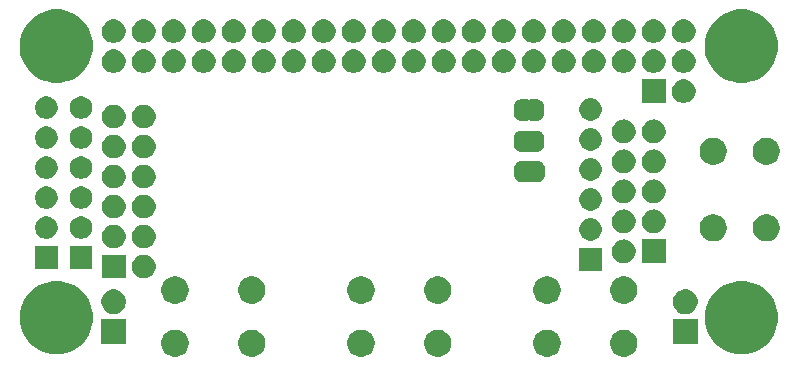
<source format=gbs>
G04 #@! TF.GenerationSoftware,KiCad,Pcbnew,5.1.5+dfsg1-2build2*
G04 #@! TF.CreationDate,2022-04-20T15:50:19-04:00*
G04 #@! TF.ProjectId,rgb-to-hdmi,7267622d-746f-42d6-9864-6d692e6b6963,rev?*
G04 #@! TF.SameCoordinates,Original*
G04 #@! TF.FileFunction,Soldermask,Bot*
G04 #@! TF.FilePolarity,Negative*
%FSLAX46Y46*%
G04 Gerber Fmt 4.6, Leading zero omitted, Abs format (unit mm)*
G04 Created by KiCad (PCBNEW 5.1.5+dfsg1-2build2) date 2022-04-20 15:50:19*
%MOMM*%
%LPD*%
G04 APERTURE LIST*
%ADD10C,0.100000*%
G04 APERTURE END LIST*
D10*
G36*
X52139443Y-52041154D02*
G01*
X52348728Y-52127842D01*
X52537081Y-52253696D01*
X52697264Y-52413879D01*
X52823118Y-52602232D01*
X52909806Y-52811517D01*
X52954000Y-53033695D01*
X52954000Y-53260225D01*
X52909806Y-53482403D01*
X52823118Y-53691688D01*
X52697264Y-53880041D01*
X52537081Y-54040224D01*
X52348728Y-54166078D01*
X52139443Y-54252766D01*
X51917265Y-54296960D01*
X51690735Y-54296960D01*
X51468557Y-54252766D01*
X51259272Y-54166078D01*
X51070919Y-54040224D01*
X50910736Y-53880041D01*
X50784882Y-53691688D01*
X50698194Y-53482403D01*
X50654000Y-53260225D01*
X50654000Y-53033695D01*
X50698194Y-52811517D01*
X50784882Y-52602232D01*
X50910736Y-52413879D01*
X51070919Y-52253696D01*
X51259272Y-52127842D01*
X51468557Y-52041154D01*
X51690735Y-51996960D01*
X51917265Y-51996960D01*
X52139443Y-52041154D01*
G37*
G36*
X61387443Y-52041154D02*
G01*
X61596728Y-52127842D01*
X61785081Y-52253696D01*
X61945264Y-52413879D01*
X62071118Y-52602232D01*
X62157806Y-52811517D01*
X62202000Y-53033695D01*
X62202000Y-53260225D01*
X62157806Y-53482403D01*
X62071118Y-53691688D01*
X61945264Y-53880041D01*
X61785081Y-54040224D01*
X61596728Y-54166078D01*
X61387443Y-54252766D01*
X61165265Y-54296960D01*
X60938735Y-54296960D01*
X60716557Y-54252766D01*
X60507272Y-54166078D01*
X60318919Y-54040224D01*
X60158736Y-53880041D01*
X60032882Y-53691688D01*
X59946194Y-53482403D01*
X59902000Y-53260225D01*
X59902000Y-53033695D01*
X59946194Y-52811517D01*
X60032882Y-52602232D01*
X60158736Y-52413879D01*
X60318919Y-52253696D01*
X60507272Y-52127842D01*
X60716557Y-52041154D01*
X60938735Y-51996960D01*
X61165265Y-51996960D01*
X61387443Y-52041154D01*
G37*
G36*
X67887443Y-52041154D02*
G01*
X68096728Y-52127842D01*
X68285081Y-52253696D01*
X68445264Y-52413879D01*
X68571118Y-52602232D01*
X68657806Y-52811517D01*
X68702000Y-53033695D01*
X68702000Y-53260225D01*
X68657806Y-53482403D01*
X68571118Y-53691688D01*
X68445264Y-53880041D01*
X68285081Y-54040224D01*
X68096728Y-54166078D01*
X67887443Y-54252766D01*
X67665265Y-54296960D01*
X67438735Y-54296960D01*
X67216557Y-54252766D01*
X67007272Y-54166078D01*
X66818919Y-54040224D01*
X66658736Y-53880041D01*
X66532882Y-53691688D01*
X66446194Y-53482403D01*
X66402000Y-53260225D01*
X66402000Y-53033695D01*
X66446194Y-52811517D01*
X66532882Y-52602232D01*
X66658736Y-52413879D01*
X66818919Y-52253696D01*
X67007272Y-52127842D01*
X67216557Y-52041154D01*
X67438735Y-51996960D01*
X67665265Y-51996960D01*
X67887443Y-52041154D01*
G37*
G36*
X29891443Y-52041154D02*
G01*
X30100728Y-52127842D01*
X30289081Y-52253696D01*
X30449264Y-52413879D01*
X30575118Y-52602232D01*
X30661806Y-52811517D01*
X30706000Y-53033695D01*
X30706000Y-53260225D01*
X30661806Y-53482403D01*
X30575118Y-53691688D01*
X30449264Y-53880041D01*
X30289081Y-54040224D01*
X30100728Y-54166078D01*
X29891443Y-54252766D01*
X29669265Y-54296960D01*
X29442735Y-54296960D01*
X29220557Y-54252766D01*
X29011272Y-54166078D01*
X28822919Y-54040224D01*
X28662736Y-53880041D01*
X28536882Y-53691688D01*
X28450194Y-53482403D01*
X28406000Y-53260225D01*
X28406000Y-53033695D01*
X28450194Y-52811517D01*
X28536882Y-52602232D01*
X28662736Y-52413879D01*
X28822919Y-52253696D01*
X29011272Y-52127842D01*
X29220557Y-52041154D01*
X29442735Y-51996960D01*
X29669265Y-51996960D01*
X29891443Y-52041154D01*
G37*
G36*
X45639443Y-52041154D02*
G01*
X45848728Y-52127842D01*
X46037081Y-52253696D01*
X46197264Y-52413879D01*
X46323118Y-52602232D01*
X46409806Y-52811517D01*
X46454000Y-53033695D01*
X46454000Y-53260225D01*
X46409806Y-53482403D01*
X46323118Y-53691688D01*
X46197264Y-53880041D01*
X46037081Y-54040224D01*
X45848728Y-54166078D01*
X45639443Y-54252766D01*
X45417265Y-54296960D01*
X45190735Y-54296960D01*
X44968557Y-54252766D01*
X44759272Y-54166078D01*
X44570919Y-54040224D01*
X44410736Y-53880041D01*
X44284882Y-53691688D01*
X44198194Y-53482403D01*
X44154000Y-53260225D01*
X44154000Y-53033695D01*
X44198194Y-52811517D01*
X44284882Y-52602232D01*
X44410736Y-52413879D01*
X44570919Y-52253696D01*
X44759272Y-52127842D01*
X44968557Y-52041154D01*
X45190735Y-51996960D01*
X45417265Y-51996960D01*
X45639443Y-52041154D01*
G37*
G36*
X36391443Y-52041154D02*
G01*
X36600728Y-52127842D01*
X36789081Y-52253696D01*
X36949264Y-52413879D01*
X37075118Y-52602232D01*
X37161806Y-52811517D01*
X37206000Y-53033695D01*
X37206000Y-53260225D01*
X37161806Y-53482403D01*
X37075118Y-53691688D01*
X36949264Y-53880041D01*
X36789081Y-54040224D01*
X36600728Y-54166078D01*
X36391443Y-54252766D01*
X36169265Y-54296960D01*
X35942735Y-54296960D01*
X35720557Y-54252766D01*
X35511272Y-54166078D01*
X35322919Y-54040224D01*
X35162736Y-53880041D01*
X35036882Y-53691688D01*
X34950194Y-53482403D01*
X34906000Y-53260225D01*
X34906000Y-53033695D01*
X34950194Y-52811517D01*
X35036882Y-52602232D01*
X35162736Y-52413879D01*
X35322919Y-52253696D01*
X35511272Y-52127842D01*
X35720557Y-52041154D01*
X35942735Y-51996960D01*
X36169265Y-51996960D01*
X36391443Y-52041154D01*
G37*
G36*
X78404237Y-48019131D02*
G01*
X78968401Y-48252815D01*
X79476135Y-48592072D01*
X79907928Y-49023865D01*
X80247185Y-49531599D01*
X80338795Y-49752766D01*
X80480869Y-50095763D01*
X80589246Y-50640610D01*
X80600000Y-50694677D01*
X80600000Y-51305323D01*
X80480869Y-51904237D01*
X80247185Y-52468401D01*
X79907928Y-52976135D01*
X79476135Y-53407928D01*
X78968401Y-53747185D01*
X78404237Y-53980869D01*
X77805324Y-54100000D01*
X77194676Y-54100000D01*
X76595763Y-53980869D01*
X76031599Y-53747185D01*
X75523865Y-53407928D01*
X75092072Y-52976135D01*
X74752815Y-52468401D01*
X74519131Y-51904237D01*
X74400000Y-51305323D01*
X74400000Y-50694677D01*
X74410755Y-50640610D01*
X74519131Y-50095763D01*
X74661205Y-49752766D01*
X74752815Y-49531599D01*
X75092072Y-49023865D01*
X75523865Y-48592072D01*
X76031599Y-48252815D01*
X76595763Y-48019131D01*
X77194676Y-47900000D01*
X77805324Y-47900000D01*
X78404237Y-48019131D01*
G37*
G36*
X20404237Y-48019131D02*
G01*
X20968401Y-48252815D01*
X21476135Y-48592072D01*
X21907928Y-49023865D01*
X22247185Y-49531599D01*
X22338795Y-49752766D01*
X22480869Y-50095763D01*
X22589246Y-50640610D01*
X22600000Y-50694677D01*
X22600000Y-51305323D01*
X22480869Y-51904237D01*
X22247185Y-52468401D01*
X21907928Y-52976135D01*
X21476135Y-53407928D01*
X20968401Y-53747185D01*
X20404237Y-53980869D01*
X19805324Y-54100000D01*
X19194676Y-54100000D01*
X18595763Y-53980869D01*
X18031599Y-53747185D01*
X17523865Y-53407928D01*
X17092072Y-52976135D01*
X16752815Y-52468401D01*
X16519131Y-51904237D01*
X16400000Y-51305323D01*
X16400000Y-50694677D01*
X16410755Y-50640610D01*
X16519131Y-50095763D01*
X16661205Y-49752766D01*
X16752815Y-49531599D01*
X17092072Y-49023865D01*
X17523865Y-48592072D01*
X18031599Y-48252815D01*
X18595763Y-48019131D01*
X19194676Y-47900000D01*
X19805324Y-47900000D01*
X20404237Y-48019131D01*
G37*
G36*
X25399000Y-53220960D02*
G01*
X23299000Y-53220960D01*
X23299000Y-51120960D01*
X25399000Y-51120960D01*
X25399000Y-53220960D01*
G37*
G36*
X73809000Y-53220960D02*
G01*
X71709000Y-53220960D01*
X71709000Y-51120960D01*
X73809000Y-51120960D01*
X73809000Y-53220960D01*
G37*
G36*
X24655274Y-48621310D02*
G01*
X24846362Y-48700462D01*
X25018336Y-48815371D01*
X25164589Y-48961624D01*
X25279498Y-49133598D01*
X25358650Y-49324686D01*
X25399000Y-49527544D01*
X25399000Y-49734376D01*
X25358650Y-49937234D01*
X25279498Y-50128322D01*
X25164589Y-50300296D01*
X25018336Y-50446549D01*
X24846362Y-50561458D01*
X24655274Y-50640610D01*
X24452416Y-50680960D01*
X24245584Y-50680960D01*
X24042726Y-50640610D01*
X23851638Y-50561458D01*
X23679664Y-50446549D01*
X23533411Y-50300296D01*
X23418502Y-50128322D01*
X23339350Y-49937234D01*
X23299000Y-49734376D01*
X23299000Y-49527544D01*
X23339350Y-49324686D01*
X23418502Y-49133598D01*
X23533411Y-48961624D01*
X23679664Y-48815371D01*
X23851638Y-48700462D01*
X24042726Y-48621310D01*
X24245584Y-48580960D01*
X24452416Y-48580960D01*
X24655274Y-48621310D01*
G37*
G36*
X73065274Y-48621310D02*
G01*
X73256362Y-48700462D01*
X73428336Y-48815371D01*
X73574589Y-48961624D01*
X73689498Y-49133598D01*
X73768650Y-49324686D01*
X73809000Y-49527544D01*
X73809000Y-49734376D01*
X73768650Y-49937234D01*
X73689498Y-50128322D01*
X73574589Y-50300296D01*
X73428336Y-50446549D01*
X73256362Y-50561458D01*
X73065274Y-50640610D01*
X72862416Y-50680960D01*
X72655584Y-50680960D01*
X72452726Y-50640610D01*
X72261638Y-50561458D01*
X72089664Y-50446549D01*
X71943411Y-50300296D01*
X71828502Y-50128322D01*
X71749350Y-49937234D01*
X71709000Y-49734376D01*
X71709000Y-49527544D01*
X71749350Y-49324686D01*
X71828502Y-49133598D01*
X71943411Y-48961624D01*
X72089664Y-48815371D01*
X72261638Y-48700462D01*
X72452726Y-48621310D01*
X72655584Y-48580960D01*
X72862416Y-48580960D01*
X73065274Y-48621310D01*
G37*
G36*
X36391443Y-47541154D02*
G01*
X36600728Y-47627842D01*
X36789081Y-47753696D01*
X36949264Y-47913879D01*
X37075118Y-48102232D01*
X37161806Y-48311517D01*
X37206000Y-48533695D01*
X37206000Y-48760225D01*
X37161806Y-48982403D01*
X37075118Y-49191688D01*
X36949264Y-49380041D01*
X36789081Y-49540224D01*
X36600728Y-49666078D01*
X36391443Y-49752766D01*
X36169265Y-49796960D01*
X35942735Y-49796960D01*
X35720557Y-49752766D01*
X35511272Y-49666078D01*
X35322919Y-49540224D01*
X35162736Y-49380041D01*
X35036882Y-49191688D01*
X34950194Y-48982403D01*
X34906000Y-48760225D01*
X34906000Y-48533695D01*
X34950194Y-48311517D01*
X35036882Y-48102232D01*
X35162736Y-47913879D01*
X35322919Y-47753696D01*
X35511272Y-47627842D01*
X35720557Y-47541154D01*
X35942735Y-47496960D01*
X36169265Y-47496960D01*
X36391443Y-47541154D01*
G37*
G36*
X67887443Y-47541154D02*
G01*
X68096728Y-47627842D01*
X68285081Y-47753696D01*
X68445264Y-47913879D01*
X68571118Y-48102232D01*
X68657806Y-48311517D01*
X68702000Y-48533695D01*
X68702000Y-48760225D01*
X68657806Y-48982403D01*
X68571118Y-49191688D01*
X68445264Y-49380041D01*
X68285081Y-49540224D01*
X68096728Y-49666078D01*
X67887443Y-49752766D01*
X67665265Y-49796960D01*
X67438735Y-49796960D01*
X67216557Y-49752766D01*
X67007272Y-49666078D01*
X66818919Y-49540224D01*
X66658736Y-49380041D01*
X66532882Y-49191688D01*
X66446194Y-48982403D01*
X66402000Y-48760225D01*
X66402000Y-48533695D01*
X66446194Y-48311517D01*
X66532882Y-48102232D01*
X66658736Y-47913879D01*
X66818919Y-47753696D01*
X67007272Y-47627842D01*
X67216557Y-47541154D01*
X67438735Y-47496960D01*
X67665265Y-47496960D01*
X67887443Y-47541154D01*
G37*
G36*
X61387443Y-47541154D02*
G01*
X61596728Y-47627842D01*
X61785081Y-47753696D01*
X61945264Y-47913879D01*
X62071118Y-48102232D01*
X62157806Y-48311517D01*
X62202000Y-48533695D01*
X62202000Y-48760225D01*
X62157806Y-48982403D01*
X62071118Y-49191688D01*
X61945264Y-49380041D01*
X61785081Y-49540224D01*
X61596728Y-49666078D01*
X61387443Y-49752766D01*
X61165265Y-49796960D01*
X60938735Y-49796960D01*
X60716557Y-49752766D01*
X60507272Y-49666078D01*
X60318919Y-49540224D01*
X60158736Y-49380041D01*
X60032882Y-49191688D01*
X59946194Y-48982403D01*
X59902000Y-48760225D01*
X59902000Y-48533695D01*
X59946194Y-48311517D01*
X60032882Y-48102232D01*
X60158736Y-47913879D01*
X60318919Y-47753696D01*
X60507272Y-47627842D01*
X60716557Y-47541154D01*
X60938735Y-47496960D01*
X61165265Y-47496960D01*
X61387443Y-47541154D01*
G37*
G36*
X52139443Y-47541154D02*
G01*
X52348728Y-47627842D01*
X52537081Y-47753696D01*
X52697264Y-47913879D01*
X52823118Y-48102232D01*
X52909806Y-48311517D01*
X52954000Y-48533695D01*
X52954000Y-48760225D01*
X52909806Y-48982403D01*
X52823118Y-49191688D01*
X52697264Y-49380041D01*
X52537081Y-49540224D01*
X52348728Y-49666078D01*
X52139443Y-49752766D01*
X51917265Y-49796960D01*
X51690735Y-49796960D01*
X51468557Y-49752766D01*
X51259272Y-49666078D01*
X51070919Y-49540224D01*
X50910736Y-49380041D01*
X50784882Y-49191688D01*
X50698194Y-48982403D01*
X50654000Y-48760225D01*
X50654000Y-48533695D01*
X50698194Y-48311517D01*
X50784882Y-48102232D01*
X50910736Y-47913879D01*
X51070919Y-47753696D01*
X51259272Y-47627842D01*
X51468557Y-47541154D01*
X51690735Y-47496960D01*
X51917265Y-47496960D01*
X52139443Y-47541154D01*
G37*
G36*
X29891443Y-47541154D02*
G01*
X30100728Y-47627842D01*
X30289081Y-47753696D01*
X30449264Y-47913879D01*
X30575118Y-48102232D01*
X30661806Y-48311517D01*
X30706000Y-48533695D01*
X30706000Y-48760225D01*
X30661806Y-48982403D01*
X30575118Y-49191688D01*
X30449264Y-49380041D01*
X30289081Y-49540224D01*
X30100728Y-49666078D01*
X29891443Y-49752766D01*
X29669265Y-49796960D01*
X29442735Y-49796960D01*
X29220557Y-49752766D01*
X29011272Y-49666078D01*
X28822919Y-49540224D01*
X28662736Y-49380041D01*
X28536882Y-49191688D01*
X28450194Y-48982403D01*
X28406000Y-48760225D01*
X28406000Y-48533695D01*
X28450194Y-48311517D01*
X28536882Y-48102232D01*
X28662736Y-47913879D01*
X28822919Y-47753696D01*
X29011272Y-47627842D01*
X29220557Y-47541154D01*
X29442735Y-47496960D01*
X29669265Y-47496960D01*
X29891443Y-47541154D01*
G37*
G36*
X45639443Y-47541154D02*
G01*
X45848728Y-47627842D01*
X46037081Y-47753696D01*
X46197264Y-47913879D01*
X46323118Y-48102232D01*
X46409806Y-48311517D01*
X46454000Y-48533695D01*
X46454000Y-48760225D01*
X46409806Y-48982403D01*
X46323118Y-49191688D01*
X46197264Y-49380041D01*
X46037081Y-49540224D01*
X45848728Y-49666078D01*
X45639443Y-49752766D01*
X45417265Y-49796960D01*
X45190735Y-49796960D01*
X44968557Y-49752766D01*
X44759272Y-49666078D01*
X44570919Y-49540224D01*
X44410736Y-49380041D01*
X44284882Y-49191688D01*
X44198194Y-48982403D01*
X44154000Y-48760225D01*
X44154000Y-48533695D01*
X44198194Y-48311517D01*
X44284882Y-48102232D01*
X44410736Y-47913879D01*
X44570919Y-47753696D01*
X44759272Y-47627842D01*
X44968557Y-47541154D01*
X45190735Y-47496960D01*
X45417265Y-47496960D01*
X45639443Y-47541154D01*
G37*
G36*
X27048921Y-45677604D02*
G01*
X27203689Y-45708389D01*
X27385678Y-45783771D01*
X27549463Y-45893209D01*
X27688751Y-46032497D01*
X27798189Y-46196282D01*
X27873571Y-46378271D01*
X27912000Y-46571469D01*
X27912000Y-46768451D01*
X27873571Y-46961649D01*
X27798189Y-47143638D01*
X27688751Y-47307423D01*
X27549463Y-47446711D01*
X27385678Y-47556149D01*
X27203689Y-47631531D01*
X27048921Y-47662316D01*
X27010492Y-47669960D01*
X26813508Y-47669960D01*
X26775079Y-47662316D01*
X26620311Y-47631531D01*
X26438322Y-47556149D01*
X26274537Y-47446711D01*
X26135249Y-47307423D01*
X26025811Y-47143638D01*
X25950429Y-46961649D01*
X25912000Y-46768451D01*
X25912000Y-46571469D01*
X25950429Y-46378271D01*
X26025811Y-46196282D01*
X26135249Y-46032497D01*
X26274537Y-45893209D01*
X26438322Y-45783771D01*
X26620311Y-45708389D01*
X26775079Y-45677604D01*
X26813508Y-45669960D01*
X27010492Y-45669960D01*
X27048921Y-45677604D01*
G37*
G36*
X25372000Y-47669960D02*
G01*
X23372000Y-47669960D01*
X23372000Y-45669960D01*
X25372000Y-45669960D01*
X25372000Y-47669960D01*
G37*
G36*
X65687800Y-47010360D02*
G01*
X63787800Y-47010360D01*
X63787800Y-45110360D01*
X65687800Y-45110360D01*
X65687800Y-47010360D01*
G37*
G36*
X19607000Y-46857960D02*
G01*
X17707000Y-46857960D01*
X17707000Y-44957960D01*
X19607000Y-44957960D01*
X19607000Y-46857960D01*
G37*
G36*
X22528000Y-46857960D02*
G01*
X20628000Y-46857960D01*
X20628000Y-44957960D01*
X22528000Y-44957960D01*
X22528000Y-46857960D01*
G37*
G36*
X67694121Y-44382204D02*
G01*
X67848889Y-44412989D01*
X68030878Y-44488371D01*
X68194663Y-44597809D01*
X68333951Y-44737097D01*
X68443389Y-44900882D01*
X68518771Y-45082871D01*
X68557200Y-45276069D01*
X68557200Y-45473051D01*
X68518771Y-45666249D01*
X68443389Y-45848238D01*
X68333951Y-46012023D01*
X68194663Y-46151311D01*
X68030878Y-46260749D01*
X67848889Y-46336131D01*
X67694121Y-46366916D01*
X67655692Y-46374560D01*
X67458708Y-46374560D01*
X67420279Y-46366916D01*
X67265511Y-46336131D01*
X67083522Y-46260749D01*
X66919737Y-46151311D01*
X66780449Y-46012023D01*
X66671011Y-45848238D01*
X66595629Y-45666249D01*
X66557200Y-45473051D01*
X66557200Y-45276069D01*
X66595629Y-45082871D01*
X66671011Y-44900882D01*
X66780449Y-44737097D01*
X66919737Y-44597809D01*
X67083522Y-44488371D01*
X67265511Y-44412989D01*
X67420279Y-44382204D01*
X67458708Y-44374560D01*
X67655692Y-44374560D01*
X67694121Y-44382204D01*
G37*
G36*
X71097200Y-46374560D02*
G01*
X69097200Y-46374560D01*
X69097200Y-44374560D01*
X71097200Y-44374560D01*
X71097200Y-46374560D01*
G37*
G36*
X27048921Y-43137604D02*
G01*
X27203689Y-43168389D01*
X27385678Y-43243771D01*
X27549463Y-43353209D01*
X27688751Y-43492497D01*
X27798189Y-43656282D01*
X27873571Y-43838271D01*
X27912000Y-44031469D01*
X27912000Y-44228451D01*
X27873571Y-44421649D01*
X27798189Y-44603638D01*
X27688751Y-44767423D01*
X27549463Y-44906711D01*
X27385678Y-45016149D01*
X27203689Y-45091531D01*
X27048921Y-45122316D01*
X27010492Y-45129960D01*
X26813508Y-45129960D01*
X26775079Y-45122316D01*
X26620311Y-45091531D01*
X26438322Y-45016149D01*
X26274537Y-44906711D01*
X26135249Y-44767423D01*
X26025811Y-44603638D01*
X25950429Y-44421649D01*
X25912000Y-44228451D01*
X25912000Y-44031469D01*
X25950429Y-43838271D01*
X26025811Y-43656282D01*
X26135249Y-43492497D01*
X26274537Y-43353209D01*
X26438322Y-43243771D01*
X26620311Y-43168389D01*
X26775079Y-43137604D01*
X26813508Y-43129960D01*
X27010492Y-43129960D01*
X27048921Y-43137604D01*
G37*
G36*
X24508921Y-43137604D02*
G01*
X24663689Y-43168389D01*
X24845678Y-43243771D01*
X25009463Y-43353209D01*
X25148751Y-43492497D01*
X25258189Y-43656282D01*
X25333571Y-43838271D01*
X25372000Y-44031469D01*
X25372000Y-44228451D01*
X25333571Y-44421649D01*
X25258189Y-44603638D01*
X25148751Y-44767423D01*
X25009463Y-44906711D01*
X24845678Y-45016149D01*
X24663689Y-45091531D01*
X24508921Y-45122316D01*
X24470492Y-45129960D01*
X24273508Y-45129960D01*
X24235079Y-45122316D01*
X24080311Y-45091531D01*
X23898322Y-45016149D01*
X23734537Y-44906711D01*
X23595249Y-44767423D01*
X23485811Y-44603638D01*
X23410429Y-44421649D01*
X23372000Y-44228451D01*
X23372000Y-44031469D01*
X23410429Y-43838271D01*
X23485811Y-43656282D01*
X23595249Y-43492497D01*
X23734537Y-43353209D01*
X23898322Y-43243771D01*
X24080311Y-43168389D01*
X24235079Y-43137604D01*
X24273508Y-43129960D01*
X24470492Y-43129960D01*
X24508921Y-43137604D01*
G37*
G36*
X75452443Y-42285154D02*
G01*
X75661728Y-42371842D01*
X75850081Y-42497696D01*
X76010264Y-42657879D01*
X76136118Y-42846232D01*
X76222806Y-43055517D01*
X76267000Y-43277695D01*
X76267000Y-43504225D01*
X76222806Y-43726403D01*
X76136118Y-43935688D01*
X76010264Y-44124041D01*
X75850081Y-44284224D01*
X75661728Y-44410078D01*
X75472710Y-44488371D01*
X75452443Y-44496766D01*
X75230265Y-44540960D01*
X75003735Y-44540960D01*
X74781557Y-44496766D01*
X74761290Y-44488371D01*
X74572272Y-44410078D01*
X74383919Y-44284224D01*
X74223736Y-44124041D01*
X74097882Y-43935688D01*
X74011194Y-43726403D01*
X73967000Y-43504225D01*
X73967000Y-43277695D01*
X74011194Y-43055517D01*
X74097882Y-42846232D01*
X74223736Y-42657879D01*
X74383919Y-42497696D01*
X74572272Y-42371842D01*
X74781557Y-42285154D01*
X75003735Y-42240960D01*
X75230265Y-42240960D01*
X75452443Y-42285154D01*
G37*
G36*
X79952443Y-42285154D02*
G01*
X80161728Y-42371842D01*
X80350081Y-42497696D01*
X80510264Y-42657879D01*
X80636118Y-42846232D01*
X80722806Y-43055517D01*
X80767000Y-43277695D01*
X80767000Y-43504225D01*
X80722806Y-43726403D01*
X80636118Y-43935688D01*
X80510264Y-44124041D01*
X80350081Y-44284224D01*
X80161728Y-44410078D01*
X79972710Y-44488371D01*
X79952443Y-44496766D01*
X79730265Y-44540960D01*
X79503735Y-44540960D01*
X79281557Y-44496766D01*
X79261290Y-44488371D01*
X79072272Y-44410078D01*
X78883919Y-44284224D01*
X78723736Y-44124041D01*
X78597882Y-43935688D01*
X78511194Y-43726403D01*
X78467000Y-43504225D01*
X78467000Y-43277695D01*
X78511194Y-43055517D01*
X78597882Y-42846232D01*
X78723736Y-42657879D01*
X78883919Y-42497696D01*
X79072272Y-42371842D01*
X79281557Y-42285154D01*
X79503735Y-42240960D01*
X79730265Y-42240960D01*
X79952443Y-42285154D01*
G37*
G36*
X65014905Y-42606868D02*
G01*
X65138057Y-42657879D01*
X65187794Y-42678481D01*
X65343390Y-42782447D01*
X65475713Y-42914770D01*
X65569757Y-43055517D01*
X65579680Y-43070368D01*
X65620282Y-43168390D01*
X65651292Y-43243255D01*
X65687800Y-43426793D01*
X65687800Y-43613927D01*
X65651292Y-43797465D01*
X65579679Y-43970354D01*
X65475713Y-44125950D01*
X65343390Y-44258273D01*
X65187794Y-44362239D01*
X65187793Y-44362240D01*
X65187792Y-44362240D01*
X65065273Y-44412989D01*
X65014905Y-44433852D01*
X64831367Y-44470360D01*
X64644233Y-44470360D01*
X64460695Y-44433852D01*
X64410327Y-44412989D01*
X64287808Y-44362240D01*
X64287807Y-44362240D01*
X64287806Y-44362239D01*
X64132210Y-44258273D01*
X63999887Y-44125950D01*
X63895921Y-43970354D01*
X63824308Y-43797465D01*
X63787800Y-43613927D01*
X63787800Y-43426793D01*
X63824308Y-43243255D01*
X63855318Y-43168390D01*
X63895920Y-43070368D01*
X63905843Y-43055517D01*
X63999887Y-42914770D01*
X64132210Y-42782447D01*
X64287806Y-42678481D01*
X64337544Y-42657879D01*
X64460695Y-42606868D01*
X64644233Y-42570360D01*
X64831367Y-42570360D01*
X65014905Y-42606868D01*
G37*
G36*
X21855105Y-42454468D02*
G01*
X22027994Y-42526081D01*
X22183590Y-42630047D01*
X22315913Y-42762370D01*
X22419879Y-42917966D01*
X22419880Y-42917968D01*
X22491492Y-43090855D01*
X22528000Y-43274393D01*
X22528000Y-43461527D01*
X22491492Y-43645065D01*
X22428919Y-43796131D01*
X22419879Y-43817954D01*
X22315913Y-43973550D01*
X22183590Y-44105873D01*
X22027994Y-44209839D01*
X22027993Y-44209840D01*
X22027992Y-44209840D01*
X21911064Y-44258273D01*
X21855105Y-44281452D01*
X21671567Y-44317960D01*
X21484433Y-44317960D01*
X21300895Y-44281452D01*
X21244936Y-44258273D01*
X21128008Y-44209840D01*
X21128007Y-44209840D01*
X21128006Y-44209839D01*
X20972410Y-44105873D01*
X20840087Y-43973550D01*
X20736121Y-43817954D01*
X20727082Y-43796131D01*
X20664508Y-43645065D01*
X20628000Y-43461527D01*
X20628000Y-43274393D01*
X20664508Y-43090855D01*
X20736120Y-42917968D01*
X20736121Y-42917966D01*
X20840087Y-42762370D01*
X20972410Y-42630047D01*
X21128006Y-42526081D01*
X21300895Y-42454468D01*
X21484433Y-42417960D01*
X21671567Y-42417960D01*
X21855105Y-42454468D01*
G37*
G36*
X18934105Y-42454468D02*
G01*
X19106994Y-42526081D01*
X19262590Y-42630047D01*
X19394913Y-42762370D01*
X19498879Y-42917966D01*
X19498880Y-42917968D01*
X19570492Y-43090855D01*
X19607000Y-43274393D01*
X19607000Y-43461527D01*
X19570492Y-43645065D01*
X19507919Y-43796131D01*
X19498879Y-43817954D01*
X19394913Y-43973550D01*
X19262590Y-44105873D01*
X19106994Y-44209839D01*
X19106993Y-44209840D01*
X19106992Y-44209840D01*
X18934105Y-44281452D01*
X18750567Y-44317960D01*
X18563433Y-44317960D01*
X18379895Y-44281452D01*
X18207008Y-44209840D01*
X18207007Y-44209840D01*
X18207006Y-44209839D01*
X18051410Y-44105873D01*
X17919087Y-43973550D01*
X17815121Y-43817954D01*
X17806082Y-43796131D01*
X17743508Y-43645065D01*
X17707000Y-43461527D01*
X17707000Y-43274393D01*
X17743508Y-43090855D01*
X17815120Y-42917968D01*
X17815121Y-42917966D01*
X17919087Y-42762370D01*
X18051410Y-42630047D01*
X18207006Y-42526081D01*
X18379895Y-42454468D01*
X18563433Y-42417960D01*
X18750567Y-42417960D01*
X18934105Y-42454468D01*
G37*
G36*
X70234121Y-41842204D02*
G01*
X70388889Y-41872989D01*
X70570878Y-41948371D01*
X70734663Y-42057809D01*
X70873951Y-42197097D01*
X70983389Y-42360882D01*
X71058771Y-42542871D01*
X71097200Y-42736069D01*
X71097200Y-42933051D01*
X71058771Y-43126249D01*
X70983389Y-43308238D01*
X70873951Y-43472023D01*
X70734663Y-43611311D01*
X70570878Y-43720749D01*
X70388889Y-43796131D01*
X70234121Y-43826916D01*
X70195692Y-43834560D01*
X69998708Y-43834560D01*
X69960279Y-43826916D01*
X69805511Y-43796131D01*
X69623522Y-43720749D01*
X69459737Y-43611311D01*
X69320449Y-43472023D01*
X69211011Y-43308238D01*
X69135629Y-43126249D01*
X69097200Y-42933051D01*
X69097200Y-42736069D01*
X69135629Y-42542871D01*
X69211011Y-42360882D01*
X69320449Y-42197097D01*
X69459737Y-42057809D01*
X69623522Y-41948371D01*
X69805511Y-41872989D01*
X69960279Y-41842204D01*
X69998708Y-41834560D01*
X70195692Y-41834560D01*
X70234121Y-41842204D01*
G37*
G36*
X67694121Y-41842204D02*
G01*
X67848889Y-41872989D01*
X68030878Y-41948371D01*
X68194663Y-42057809D01*
X68333951Y-42197097D01*
X68443389Y-42360882D01*
X68518771Y-42542871D01*
X68557200Y-42736069D01*
X68557200Y-42933051D01*
X68518771Y-43126249D01*
X68443389Y-43308238D01*
X68333951Y-43472023D01*
X68194663Y-43611311D01*
X68030878Y-43720749D01*
X67848889Y-43796131D01*
X67694121Y-43826916D01*
X67655692Y-43834560D01*
X67458708Y-43834560D01*
X67420279Y-43826916D01*
X67265511Y-43796131D01*
X67083522Y-43720749D01*
X66919737Y-43611311D01*
X66780449Y-43472023D01*
X66671011Y-43308238D01*
X66595629Y-43126249D01*
X66557200Y-42933051D01*
X66557200Y-42736069D01*
X66595629Y-42542871D01*
X66671011Y-42360882D01*
X66780449Y-42197097D01*
X66919737Y-42057809D01*
X67083522Y-41948371D01*
X67265511Y-41872989D01*
X67420279Y-41842204D01*
X67458708Y-41834560D01*
X67655692Y-41834560D01*
X67694121Y-41842204D01*
G37*
G36*
X27048921Y-40597604D02*
G01*
X27203689Y-40628389D01*
X27385678Y-40703771D01*
X27549463Y-40813209D01*
X27688751Y-40952497D01*
X27798189Y-41116282D01*
X27873571Y-41298271D01*
X27912000Y-41491469D01*
X27912000Y-41688451D01*
X27873571Y-41881649D01*
X27798189Y-42063638D01*
X27688751Y-42227423D01*
X27549463Y-42366711D01*
X27385678Y-42476149D01*
X27203689Y-42551531D01*
X27048921Y-42582316D01*
X27010492Y-42589960D01*
X26813508Y-42589960D01*
X26775079Y-42582316D01*
X26620311Y-42551531D01*
X26438322Y-42476149D01*
X26274537Y-42366711D01*
X26135249Y-42227423D01*
X26025811Y-42063638D01*
X25950429Y-41881649D01*
X25912000Y-41688451D01*
X25912000Y-41491469D01*
X25950429Y-41298271D01*
X26025811Y-41116282D01*
X26135249Y-40952497D01*
X26274537Y-40813209D01*
X26438322Y-40703771D01*
X26620311Y-40628389D01*
X26775079Y-40597604D01*
X26813508Y-40589960D01*
X27010492Y-40589960D01*
X27048921Y-40597604D01*
G37*
G36*
X24508921Y-40597604D02*
G01*
X24663689Y-40628389D01*
X24845678Y-40703771D01*
X25009463Y-40813209D01*
X25148751Y-40952497D01*
X25258189Y-41116282D01*
X25333571Y-41298271D01*
X25372000Y-41491469D01*
X25372000Y-41688451D01*
X25333571Y-41881649D01*
X25258189Y-42063638D01*
X25148751Y-42227423D01*
X25009463Y-42366711D01*
X24845678Y-42476149D01*
X24663689Y-42551531D01*
X24508921Y-42582316D01*
X24470492Y-42589960D01*
X24273508Y-42589960D01*
X24235079Y-42582316D01*
X24080311Y-42551531D01*
X23898322Y-42476149D01*
X23734537Y-42366711D01*
X23595249Y-42227423D01*
X23485811Y-42063638D01*
X23410429Y-41881649D01*
X23372000Y-41688451D01*
X23372000Y-41491469D01*
X23410429Y-41298271D01*
X23485811Y-41116282D01*
X23595249Y-40952497D01*
X23734537Y-40813209D01*
X23898322Y-40703771D01*
X24080311Y-40628389D01*
X24235079Y-40597604D01*
X24273508Y-40589960D01*
X24470492Y-40589960D01*
X24508921Y-40597604D01*
G37*
G36*
X65014905Y-40066868D02*
G01*
X65187794Y-40138481D01*
X65343390Y-40242447D01*
X65475713Y-40374770D01*
X65579679Y-40530366D01*
X65579680Y-40530368D01*
X65620282Y-40628390D01*
X65651292Y-40703255D01*
X65687800Y-40886793D01*
X65687800Y-41073927D01*
X65651292Y-41257465D01*
X65579679Y-41430354D01*
X65475713Y-41585950D01*
X65343390Y-41718273D01*
X65187794Y-41822239D01*
X65187793Y-41822240D01*
X65187792Y-41822240D01*
X65065273Y-41872989D01*
X65014905Y-41893852D01*
X64831367Y-41930360D01*
X64644233Y-41930360D01*
X64460695Y-41893852D01*
X64410327Y-41872989D01*
X64287808Y-41822240D01*
X64287807Y-41822240D01*
X64287806Y-41822239D01*
X64132210Y-41718273D01*
X63999887Y-41585950D01*
X63895921Y-41430354D01*
X63824308Y-41257465D01*
X63787800Y-41073927D01*
X63787800Y-40886793D01*
X63824308Y-40703255D01*
X63855318Y-40628390D01*
X63895920Y-40530368D01*
X63895921Y-40530366D01*
X63999887Y-40374770D01*
X64132210Y-40242447D01*
X64287806Y-40138481D01*
X64460695Y-40066868D01*
X64644233Y-40030360D01*
X64831367Y-40030360D01*
X65014905Y-40066868D01*
G37*
G36*
X21855105Y-39914468D02*
G01*
X22027994Y-39986081D01*
X22183590Y-40090047D01*
X22315913Y-40222370D01*
X22419879Y-40377966D01*
X22419880Y-40377968D01*
X22491492Y-40550855D01*
X22528000Y-40734393D01*
X22528000Y-40921527D01*
X22491492Y-41105065D01*
X22428919Y-41256131D01*
X22419879Y-41277954D01*
X22315913Y-41433550D01*
X22183590Y-41565873D01*
X22027994Y-41669839D01*
X22027993Y-41669840D01*
X22027992Y-41669840D01*
X21911064Y-41718273D01*
X21855105Y-41741452D01*
X21671567Y-41777960D01*
X21484433Y-41777960D01*
X21300895Y-41741452D01*
X21244936Y-41718273D01*
X21128008Y-41669840D01*
X21128007Y-41669840D01*
X21128006Y-41669839D01*
X20972410Y-41565873D01*
X20840087Y-41433550D01*
X20736121Y-41277954D01*
X20727082Y-41256131D01*
X20664508Y-41105065D01*
X20628000Y-40921527D01*
X20628000Y-40734393D01*
X20664508Y-40550855D01*
X20736120Y-40377968D01*
X20736121Y-40377966D01*
X20840087Y-40222370D01*
X20972410Y-40090047D01*
X21128006Y-39986081D01*
X21300895Y-39914468D01*
X21484433Y-39877960D01*
X21671567Y-39877960D01*
X21855105Y-39914468D01*
G37*
G36*
X18934105Y-39914468D02*
G01*
X19106994Y-39986081D01*
X19262590Y-40090047D01*
X19394913Y-40222370D01*
X19498879Y-40377966D01*
X19498880Y-40377968D01*
X19570492Y-40550855D01*
X19607000Y-40734393D01*
X19607000Y-40921527D01*
X19570492Y-41105065D01*
X19507919Y-41256131D01*
X19498879Y-41277954D01*
X19394913Y-41433550D01*
X19262590Y-41565873D01*
X19106994Y-41669839D01*
X19106993Y-41669840D01*
X19106992Y-41669840D01*
X18990064Y-41718273D01*
X18934105Y-41741452D01*
X18750567Y-41777960D01*
X18563433Y-41777960D01*
X18379895Y-41741452D01*
X18323936Y-41718273D01*
X18207008Y-41669840D01*
X18207007Y-41669840D01*
X18207006Y-41669839D01*
X18051410Y-41565873D01*
X17919087Y-41433550D01*
X17815121Y-41277954D01*
X17806082Y-41256131D01*
X17743508Y-41105065D01*
X17707000Y-40921527D01*
X17707000Y-40734393D01*
X17743508Y-40550855D01*
X17815120Y-40377968D01*
X17815121Y-40377966D01*
X17919087Y-40222370D01*
X18051410Y-40090047D01*
X18207006Y-39986081D01*
X18379895Y-39914468D01*
X18563433Y-39877960D01*
X18750567Y-39877960D01*
X18934105Y-39914468D01*
G37*
G36*
X67694121Y-39302204D02*
G01*
X67848889Y-39332989D01*
X68030878Y-39408371D01*
X68194663Y-39517809D01*
X68333951Y-39657097D01*
X68443389Y-39820882D01*
X68518771Y-40002871D01*
X68557200Y-40196069D01*
X68557200Y-40393051D01*
X68518771Y-40586249D01*
X68443389Y-40768238D01*
X68333951Y-40932023D01*
X68194663Y-41071311D01*
X68030878Y-41180749D01*
X67848889Y-41256131D01*
X67694121Y-41286916D01*
X67655692Y-41294560D01*
X67458708Y-41294560D01*
X67420279Y-41286916D01*
X67265511Y-41256131D01*
X67083522Y-41180749D01*
X66919737Y-41071311D01*
X66780449Y-40932023D01*
X66671011Y-40768238D01*
X66595629Y-40586249D01*
X66557200Y-40393051D01*
X66557200Y-40196069D01*
X66595629Y-40002871D01*
X66671011Y-39820882D01*
X66780449Y-39657097D01*
X66919737Y-39517809D01*
X67083522Y-39408371D01*
X67265511Y-39332989D01*
X67420279Y-39302204D01*
X67458708Y-39294560D01*
X67655692Y-39294560D01*
X67694121Y-39302204D01*
G37*
G36*
X70234121Y-39302204D02*
G01*
X70388889Y-39332989D01*
X70570878Y-39408371D01*
X70734663Y-39517809D01*
X70873951Y-39657097D01*
X70983389Y-39820882D01*
X71058771Y-40002871D01*
X71097200Y-40196069D01*
X71097200Y-40393051D01*
X71058771Y-40586249D01*
X70983389Y-40768238D01*
X70873951Y-40932023D01*
X70734663Y-41071311D01*
X70570878Y-41180749D01*
X70388889Y-41256131D01*
X70234121Y-41286916D01*
X70195692Y-41294560D01*
X69998708Y-41294560D01*
X69960279Y-41286916D01*
X69805511Y-41256131D01*
X69623522Y-41180749D01*
X69459737Y-41071311D01*
X69320449Y-40932023D01*
X69211011Y-40768238D01*
X69135629Y-40586249D01*
X69097200Y-40393051D01*
X69097200Y-40196069D01*
X69135629Y-40002871D01*
X69211011Y-39820882D01*
X69320449Y-39657097D01*
X69459737Y-39517809D01*
X69623522Y-39408371D01*
X69805511Y-39332989D01*
X69960279Y-39302204D01*
X69998708Y-39294560D01*
X70195692Y-39294560D01*
X70234121Y-39302204D01*
G37*
G36*
X27048921Y-38057604D02*
G01*
X27203689Y-38088389D01*
X27385678Y-38163771D01*
X27549463Y-38273209D01*
X27688751Y-38412497D01*
X27798189Y-38576282D01*
X27873571Y-38758271D01*
X27899843Y-38890352D01*
X27912000Y-38951468D01*
X27912000Y-39148452D01*
X27909397Y-39161538D01*
X27873571Y-39341649D01*
X27798189Y-39523638D01*
X27688751Y-39687423D01*
X27549463Y-39826711D01*
X27385678Y-39936149D01*
X27203689Y-40011531D01*
X27048921Y-40042316D01*
X27010492Y-40049960D01*
X26813508Y-40049960D01*
X26775079Y-40042316D01*
X26620311Y-40011531D01*
X26438322Y-39936149D01*
X26274537Y-39826711D01*
X26135249Y-39687423D01*
X26025811Y-39523638D01*
X25950429Y-39341649D01*
X25914603Y-39161538D01*
X25912000Y-39148452D01*
X25912000Y-38951468D01*
X25924157Y-38890352D01*
X25950429Y-38758271D01*
X26025811Y-38576282D01*
X26135249Y-38412497D01*
X26274537Y-38273209D01*
X26438322Y-38163771D01*
X26620311Y-38088389D01*
X26775079Y-38057604D01*
X26813508Y-38049960D01*
X27010492Y-38049960D01*
X27048921Y-38057604D01*
G37*
G36*
X24508921Y-38057604D02*
G01*
X24663689Y-38088389D01*
X24845678Y-38163771D01*
X25009463Y-38273209D01*
X25148751Y-38412497D01*
X25258189Y-38576282D01*
X25333571Y-38758271D01*
X25359843Y-38890352D01*
X25372000Y-38951468D01*
X25372000Y-39148452D01*
X25369397Y-39161538D01*
X25333571Y-39341649D01*
X25258189Y-39523638D01*
X25148751Y-39687423D01*
X25009463Y-39826711D01*
X24845678Y-39936149D01*
X24663689Y-40011531D01*
X24508921Y-40042316D01*
X24470492Y-40049960D01*
X24273508Y-40049960D01*
X24235079Y-40042316D01*
X24080311Y-40011531D01*
X23898322Y-39936149D01*
X23734537Y-39826711D01*
X23595249Y-39687423D01*
X23485811Y-39523638D01*
X23410429Y-39341649D01*
X23374603Y-39161538D01*
X23372000Y-39148452D01*
X23372000Y-38951468D01*
X23384157Y-38890352D01*
X23410429Y-38758271D01*
X23485811Y-38576282D01*
X23595249Y-38412497D01*
X23734537Y-38273209D01*
X23898322Y-38163771D01*
X24080311Y-38088389D01*
X24235079Y-38057604D01*
X24273508Y-38049960D01*
X24470492Y-38049960D01*
X24508921Y-38057604D01*
G37*
G36*
X59421192Y-37717434D02*
G01*
X59421200Y-37717434D01*
X59450605Y-37720330D01*
X59478880Y-37728907D01*
X59478882Y-37728908D01*
X59481008Y-37729553D01*
X59513147Y-37742865D01*
X59551601Y-37750513D01*
X59590808Y-37750513D01*
X59629261Y-37742863D01*
X59661393Y-37729553D01*
X59663517Y-37728909D01*
X59663520Y-37728907D01*
X59691795Y-37720330D01*
X59721200Y-37717434D01*
X59721208Y-37717434D01*
X59731027Y-37716467D01*
X60211373Y-37716467D01*
X60221191Y-37717434D01*
X60221200Y-37717434D01*
X60226063Y-37717913D01*
X60245648Y-37718875D01*
X60260382Y-37718875D01*
X60270200Y-37719842D01*
X60270209Y-37719842D01*
X60299614Y-37722738D01*
X60299625Y-37722740D01*
X60309441Y-37723707D01*
X60386296Y-37738995D01*
X60395731Y-37741857D01*
X60395747Y-37741860D01*
X60424022Y-37750437D01*
X60424030Y-37750440D01*
X60433478Y-37753306D01*
X60505868Y-37783291D01*
X60514574Y-37787944D01*
X60514578Y-37787946D01*
X60540637Y-37801875D01*
X60549340Y-37806527D01*
X60614501Y-37850067D01*
X60622124Y-37856323D01*
X60622136Y-37856331D01*
X60644976Y-37875076D01*
X60644980Y-37875080D01*
X60652608Y-37881340D01*
X60708020Y-37936752D01*
X60714280Y-37944380D01*
X60714284Y-37944384D01*
X60733029Y-37967224D01*
X60733037Y-37967236D01*
X60739293Y-37974859D01*
X60782833Y-38040020D01*
X60787484Y-38048721D01*
X60787485Y-38048723D01*
X60801414Y-38074782D01*
X60801416Y-38074786D01*
X60806069Y-38083492D01*
X60836054Y-38155882D01*
X60838920Y-38165330D01*
X60838923Y-38165338D01*
X60847500Y-38193613D01*
X60847503Y-38193629D01*
X60850365Y-38203064D01*
X60865653Y-38279919D01*
X60866620Y-38289735D01*
X60866622Y-38289746D01*
X60869518Y-38319151D01*
X60869518Y-38319160D01*
X60870485Y-38328978D01*
X60870485Y-38343712D01*
X60871447Y-38363297D01*
X60871926Y-38368160D01*
X60871926Y-38368169D01*
X60872893Y-38377987D01*
X60872893Y-38858333D01*
X60871926Y-38868151D01*
X60871926Y-38868160D01*
X60871447Y-38873023D01*
X60870485Y-38892608D01*
X60870485Y-38907342D01*
X60869518Y-38917160D01*
X60869518Y-38917169D01*
X60866622Y-38946574D01*
X60866620Y-38946585D01*
X60865653Y-38956401D01*
X60850365Y-39033256D01*
X60847503Y-39042691D01*
X60847500Y-39042707D01*
X60838923Y-39070982D01*
X60838920Y-39070990D01*
X60836054Y-39080438D01*
X60806069Y-39152828D01*
X60801416Y-39161534D01*
X60801414Y-39161538D01*
X60792469Y-39178273D01*
X60782833Y-39196300D01*
X60739293Y-39261461D01*
X60733037Y-39269084D01*
X60733029Y-39269096D01*
X60714284Y-39291936D01*
X60714280Y-39291940D01*
X60708020Y-39299568D01*
X60652608Y-39354980D01*
X60644980Y-39361240D01*
X60644976Y-39361244D01*
X60622136Y-39379989D01*
X60622124Y-39379997D01*
X60614501Y-39386253D01*
X60549340Y-39429793D01*
X60540639Y-39434444D01*
X60540637Y-39434445D01*
X60514578Y-39448374D01*
X60514574Y-39448376D01*
X60505868Y-39453029D01*
X60433478Y-39483014D01*
X60424030Y-39485880D01*
X60424022Y-39485883D01*
X60395747Y-39494460D01*
X60395731Y-39494463D01*
X60386296Y-39497325D01*
X60309441Y-39512613D01*
X60299625Y-39513580D01*
X60299614Y-39513582D01*
X60270209Y-39516478D01*
X60270200Y-39516478D01*
X60260382Y-39517445D01*
X60245648Y-39517445D01*
X60226063Y-39518407D01*
X60221200Y-39518886D01*
X60221191Y-39518886D01*
X60211373Y-39519853D01*
X59731027Y-39519853D01*
X59721208Y-39518886D01*
X59721200Y-39518886D01*
X59691795Y-39515990D01*
X59663520Y-39507413D01*
X59663518Y-39507412D01*
X59661392Y-39506767D01*
X59629253Y-39493455D01*
X59590799Y-39485807D01*
X59551592Y-39485807D01*
X59513139Y-39493457D01*
X59481007Y-39506767D01*
X59478883Y-39507411D01*
X59478880Y-39507413D01*
X59450605Y-39515990D01*
X59421200Y-39518886D01*
X59421192Y-39518886D01*
X59411373Y-39519853D01*
X58931027Y-39519853D01*
X58921209Y-39518886D01*
X58921200Y-39518886D01*
X58916337Y-39518407D01*
X58896752Y-39517445D01*
X58882018Y-39517445D01*
X58872200Y-39516478D01*
X58872191Y-39516478D01*
X58842786Y-39513582D01*
X58842775Y-39513580D01*
X58832959Y-39512613D01*
X58756104Y-39497325D01*
X58746669Y-39494463D01*
X58746653Y-39494460D01*
X58718378Y-39485883D01*
X58718370Y-39485880D01*
X58708922Y-39483014D01*
X58636532Y-39453029D01*
X58627826Y-39448376D01*
X58627822Y-39448374D01*
X58601763Y-39434445D01*
X58601761Y-39434444D01*
X58593060Y-39429793D01*
X58527899Y-39386253D01*
X58520276Y-39379997D01*
X58520264Y-39379989D01*
X58497424Y-39361244D01*
X58497420Y-39361240D01*
X58489792Y-39354980D01*
X58434380Y-39299568D01*
X58428120Y-39291940D01*
X58428116Y-39291936D01*
X58409371Y-39269096D01*
X58409363Y-39269084D01*
X58403107Y-39261461D01*
X58359567Y-39196300D01*
X58349931Y-39178273D01*
X58340986Y-39161538D01*
X58340984Y-39161534D01*
X58336331Y-39152828D01*
X58306346Y-39080438D01*
X58303480Y-39070990D01*
X58303477Y-39070982D01*
X58294900Y-39042707D01*
X58294897Y-39042691D01*
X58292035Y-39033256D01*
X58276747Y-38956401D01*
X58275780Y-38946585D01*
X58275778Y-38946574D01*
X58272882Y-38917169D01*
X58272882Y-38917160D01*
X58271915Y-38907342D01*
X58271915Y-38892608D01*
X58270953Y-38873023D01*
X58270474Y-38868160D01*
X58270474Y-38868151D01*
X58269507Y-38858333D01*
X58269507Y-38377987D01*
X58270474Y-38368169D01*
X58270474Y-38368160D01*
X58270953Y-38363297D01*
X58271915Y-38343712D01*
X58271915Y-38328978D01*
X58272882Y-38319160D01*
X58272882Y-38319151D01*
X58275778Y-38289746D01*
X58275780Y-38289735D01*
X58276747Y-38279919D01*
X58292035Y-38203064D01*
X58294897Y-38193629D01*
X58294900Y-38193613D01*
X58303477Y-38165338D01*
X58303480Y-38165330D01*
X58306346Y-38155882D01*
X58336331Y-38083492D01*
X58340984Y-38074786D01*
X58340986Y-38074782D01*
X58354915Y-38048723D01*
X58354916Y-38048721D01*
X58359567Y-38040020D01*
X58403107Y-37974859D01*
X58409363Y-37967236D01*
X58409371Y-37967224D01*
X58428116Y-37944384D01*
X58428120Y-37944380D01*
X58434380Y-37936752D01*
X58489792Y-37881340D01*
X58497420Y-37875080D01*
X58497424Y-37875076D01*
X58520264Y-37856331D01*
X58520276Y-37856323D01*
X58527899Y-37850067D01*
X58593060Y-37806527D01*
X58601763Y-37801875D01*
X58627822Y-37787946D01*
X58627826Y-37787944D01*
X58636532Y-37783291D01*
X58708922Y-37753306D01*
X58718370Y-37750440D01*
X58718378Y-37750437D01*
X58746653Y-37741860D01*
X58746669Y-37741857D01*
X58756104Y-37738995D01*
X58832959Y-37723707D01*
X58842775Y-37722740D01*
X58842786Y-37722738D01*
X58872191Y-37719842D01*
X58872200Y-37719842D01*
X58882018Y-37718875D01*
X58896752Y-37718875D01*
X58916337Y-37717913D01*
X58921200Y-37717434D01*
X58921209Y-37717434D01*
X58931027Y-37716467D01*
X59411373Y-37716467D01*
X59421192Y-37717434D01*
G37*
G36*
X65014905Y-37526868D02*
G01*
X65187794Y-37598481D01*
X65343390Y-37702447D01*
X65475713Y-37834770D01*
X65579679Y-37990366D01*
X65579680Y-37990368D01*
X65620282Y-38088390D01*
X65651292Y-38163255D01*
X65687800Y-38346793D01*
X65687800Y-38533927D01*
X65651292Y-38717465D01*
X65579679Y-38890354D01*
X65475713Y-39045950D01*
X65343390Y-39178273D01*
X65187794Y-39282239D01*
X65187793Y-39282240D01*
X65187792Y-39282240D01*
X65014905Y-39353852D01*
X64831367Y-39390360D01*
X64644233Y-39390360D01*
X64460695Y-39353852D01*
X64287808Y-39282240D01*
X64287807Y-39282240D01*
X64287806Y-39282239D01*
X64132210Y-39178273D01*
X63999887Y-39045950D01*
X63895921Y-38890354D01*
X63824308Y-38717465D01*
X63787800Y-38533927D01*
X63787800Y-38346793D01*
X63824308Y-38163255D01*
X63855318Y-38088390D01*
X63895920Y-37990368D01*
X63895921Y-37990366D01*
X63999887Y-37834770D01*
X64132210Y-37702447D01*
X64287806Y-37598481D01*
X64460695Y-37526868D01*
X64644233Y-37490360D01*
X64831367Y-37490360D01*
X65014905Y-37526868D01*
G37*
G36*
X21855105Y-37374468D02*
G01*
X22027994Y-37446081D01*
X22183590Y-37550047D01*
X22315913Y-37682370D01*
X22419879Y-37837966D01*
X22419880Y-37837968D01*
X22491492Y-38010855D01*
X22528000Y-38194393D01*
X22528000Y-38381527D01*
X22491492Y-38565065D01*
X22428919Y-38716131D01*
X22419879Y-38737954D01*
X22315913Y-38893550D01*
X22183590Y-39025873D01*
X22027994Y-39129839D01*
X22027993Y-39129840D01*
X22027992Y-39129840D01*
X21855105Y-39201452D01*
X21671567Y-39237960D01*
X21484433Y-39237960D01*
X21300895Y-39201452D01*
X21128008Y-39129840D01*
X21128007Y-39129840D01*
X21128006Y-39129839D01*
X20972410Y-39025873D01*
X20840087Y-38893550D01*
X20736121Y-38737954D01*
X20727082Y-38716131D01*
X20664508Y-38565065D01*
X20628000Y-38381527D01*
X20628000Y-38194393D01*
X20664508Y-38010855D01*
X20736120Y-37837968D01*
X20736121Y-37837966D01*
X20840087Y-37682370D01*
X20972410Y-37550047D01*
X21128006Y-37446081D01*
X21300895Y-37374468D01*
X21484433Y-37337960D01*
X21671567Y-37337960D01*
X21855105Y-37374468D01*
G37*
G36*
X18934105Y-37374468D02*
G01*
X19106994Y-37446081D01*
X19262590Y-37550047D01*
X19394913Y-37682370D01*
X19498879Y-37837966D01*
X19498880Y-37837968D01*
X19570492Y-38010855D01*
X19607000Y-38194393D01*
X19607000Y-38381527D01*
X19570492Y-38565065D01*
X19507919Y-38716131D01*
X19498879Y-38737954D01*
X19394913Y-38893550D01*
X19262590Y-39025873D01*
X19106994Y-39129839D01*
X19106993Y-39129840D01*
X19106992Y-39129840D01*
X18934105Y-39201452D01*
X18750567Y-39237960D01*
X18563433Y-39237960D01*
X18379895Y-39201452D01*
X18207008Y-39129840D01*
X18207007Y-39129840D01*
X18207006Y-39129839D01*
X18051410Y-39025873D01*
X17919087Y-38893550D01*
X17815121Y-38737954D01*
X17806082Y-38716131D01*
X17743508Y-38565065D01*
X17707000Y-38381527D01*
X17707000Y-38194393D01*
X17743508Y-38010855D01*
X17815120Y-37837968D01*
X17815121Y-37837966D01*
X17919087Y-37682370D01*
X18051410Y-37550047D01*
X18207006Y-37446081D01*
X18379895Y-37374468D01*
X18563433Y-37337960D01*
X18750567Y-37337960D01*
X18934105Y-37374468D01*
G37*
G36*
X67694121Y-36762204D02*
G01*
X67848889Y-36792989D01*
X68030878Y-36868371D01*
X68194663Y-36977809D01*
X68333951Y-37117097D01*
X68443389Y-37280882D01*
X68518771Y-37462871D01*
X68557200Y-37656069D01*
X68557200Y-37853051D01*
X68518771Y-38046249D01*
X68443389Y-38228238D01*
X68333951Y-38392023D01*
X68194663Y-38531311D01*
X68030878Y-38640749D01*
X67848889Y-38716131D01*
X67694121Y-38746916D01*
X67655692Y-38754560D01*
X67458708Y-38754560D01*
X67420279Y-38746916D01*
X67265511Y-38716131D01*
X67083522Y-38640749D01*
X66919737Y-38531311D01*
X66780449Y-38392023D01*
X66671011Y-38228238D01*
X66595629Y-38046249D01*
X66557200Y-37853051D01*
X66557200Y-37656069D01*
X66595629Y-37462871D01*
X66671011Y-37280882D01*
X66780449Y-37117097D01*
X66919737Y-36977809D01*
X67083522Y-36868371D01*
X67265511Y-36792989D01*
X67420279Y-36762204D01*
X67458708Y-36754560D01*
X67655692Y-36754560D01*
X67694121Y-36762204D01*
G37*
G36*
X70234121Y-36762204D02*
G01*
X70388889Y-36792989D01*
X70570878Y-36868371D01*
X70734663Y-36977809D01*
X70873951Y-37117097D01*
X70983389Y-37280882D01*
X71058771Y-37462871D01*
X71097200Y-37656069D01*
X71097200Y-37853051D01*
X71058771Y-38046249D01*
X70983389Y-38228238D01*
X70873951Y-38392023D01*
X70734663Y-38531311D01*
X70570878Y-38640749D01*
X70388889Y-38716131D01*
X70234121Y-38746916D01*
X70195692Y-38754560D01*
X69998708Y-38754560D01*
X69960279Y-38746916D01*
X69805511Y-38716131D01*
X69623522Y-38640749D01*
X69459737Y-38531311D01*
X69320449Y-38392023D01*
X69211011Y-38228238D01*
X69135629Y-38046249D01*
X69097200Y-37853051D01*
X69097200Y-37656069D01*
X69135629Y-37462871D01*
X69211011Y-37280882D01*
X69320449Y-37117097D01*
X69459737Y-36977809D01*
X69623522Y-36868371D01*
X69805511Y-36792989D01*
X69960279Y-36762204D01*
X69998708Y-36754560D01*
X70195692Y-36754560D01*
X70234121Y-36762204D01*
G37*
G36*
X79952443Y-35785154D02*
G01*
X80161728Y-35871842D01*
X80350081Y-35997696D01*
X80510264Y-36157879D01*
X80636118Y-36346232D01*
X80722806Y-36555517D01*
X80767000Y-36777695D01*
X80767000Y-37004225D01*
X80722806Y-37226403D01*
X80636118Y-37435688D01*
X80510264Y-37624041D01*
X80350081Y-37784224D01*
X80161728Y-37910078D01*
X79967894Y-37990366D01*
X79952443Y-37996766D01*
X79730265Y-38040960D01*
X79503735Y-38040960D01*
X79281557Y-37996766D01*
X79266106Y-37990366D01*
X79072272Y-37910078D01*
X78883919Y-37784224D01*
X78723736Y-37624041D01*
X78597882Y-37435688D01*
X78511194Y-37226403D01*
X78467000Y-37004225D01*
X78467000Y-36777695D01*
X78511194Y-36555517D01*
X78597882Y-36346232D01*
X78723736Y-36157879D01*
X78883919Y-35997696D01*
X79072272Y-35871842D01*
X79281557Y-35785154D01*
X79503735Y-35740960D01*
X79730265Y-35740960D01*
X79952443Y-35785154D01*
G37*
G36*
X75452443Y-35785154D02*
G01*
X75661728Y-35871842D01*
X75850081Y-35997696D01*
X76010264Y-36157879D01*
X76136118Y-36346232D01*
X76222806Y-36555517D01*
X76267000Y-36777695D01*
X76267000Y-37004225D01*
X76222806Y-37226403D01*
X76136118Y-37435688D01*
X76010264Y-37624041D01*
X75850081Y-37784224D01*
X75661728Y-37910078D01*
X75467894Y-37990366D01*
X75452443Y-37996766D01*
X75230265Y-38040960D01*
X75003735Y-38040960D01*
X74781557Y-37996766D01*
X74766106Y-37990366D01*
X74572272Y-37910078D01*
X74383919Y-37784224D01*
X74223736Y-37624041D01*
X74097882Y-37435688D01*
X74011194Y-37226403D01*
X73967000Y-37004225D01*
X73967000Y-36777695D01*
X74011194Y-36555517D01*
X74097882Y-36346232D01*
X74223736Y-36157879D01*
X74383919Y-35997696D01*
X74572272Y-35871842D01*
X74781557Y-35785154D01*
X75003735Y-35740960D01*
X75230265Y-35740960D01*
X75452443Y-35785154D01*
G37*
G36*
X27048921Y-35517604D02*
G01*
X27203689Y-35548389D01*
X27385678Y-35623771D01*
X27549463Y-35733209D01*
X27688751Y-35872497D01*
X27798189Y-36036282D01*
X27873571Y-36218271D01*
X27912000Y-36411469D01*
X27912000Y-36608451D01*
X27873571Y-36801649D01*
X27798189Y-36983638D01*
X27688751Y-37147423D01*
X27549463Y-37286711D01*
X27385678Y-37396149D01*
X27203689Y-37471531D01*
X27048921Y-37502316D01*
X27010492Y-37509960D01*
X26813508Y-37509960D01*
X26775079Y-37502316D01*
X26620311Y-37471531D01*
X26438322Y-37396149D01*
X26274537Y-37286711D01*
X26135249Y-37147423D01*
X26025811Y-36983638D01*
X25950429Y-36801649D01*
X25912000Y-36608451D01*
X25912000Y-36411469D01*
X25950429Y-36218271D01*
X26025811Y-36036282D01*
X26135249Y-35872497D01*
X26274537Y-35733209D01*
X26438322Y-35623771D01*
X26620311Y-35548389D01*
X26775079Y-35517604D01*
X26813508Y-35509960D01*
X27010492Y-35509960D01*
X27048921Y-35517604D01*
G37*
G36*
X24508921Y-35517604D02*
G01*
X24663689Y-35548389D01*
X24845678Y-35623771D01*
X25009463Y-35733209D01*
X25148751Y-35872497D01*
X25258189Y-36036282D01*
X25333571Y-36218271D01*
X25372000Y-36411469D01*
X25372000Y-36608451D01*
X25333571Y-36801649D01*
X25258189Y-36983638D01*
X25148751Y-37147423D01*
X25009463Y-37286711D01*
X24845678Y-37396149D01*
X24663689Y-37471531D01*
X24508921Y-37502316D01*
X24470492Y-37509960D01*
X24273508Y-37509960D01*
X24235079Y-37502316D01*
X24080311Y-37471531D01*
X23898322Y-37396149D01*
X23734537Y-37286711D01*
X23595249Y-37147423D01*
X23485811Y-36983638D01*
X23410429Y-36801649D01*
X23372000Y-36608451D01*
X23372000Y-36411469D01*
X23410429Y-36218271D01*
X23485811Y-36036282D01*
X23595249Y-35872497D01*
X23734537Y-35733209D01*
X23898322Y-35623771D01*
X24080311Y-35548389D01*
X24235079Y-35517604D01*
X24273508Y-35509960D01*
X24470492Y-35509960D01*
X24508921Y-35517604D01*
G37*
G36*
X59370392Y-35152034D02*
G01*
X59370400Y-35152034D01*
X59399805Y-35154930D01*
X59428080Y-35163507D01*
X59428082Y-35163508D01*
X59430208Y-35164153D01*
X59462347Y-35177465D01*
X59500801Y-35185113D01*
X59540008Y-35185113D01*
X59578461Y-35177463D01*
X59610593Y-35164153D01*
X59612717Y-35163509D01*
X59612720Y-35163507D01*
X59640995Y-35154930D01*
X59670400Y-35152034D01*
X59670408Y-35152034D01*
X59680227Y-35151067D01*
X60160573Y-35151067D01*
X60170391Y-35152034D01*
X60170400Y-35152034D01*
X60175263Y-35152513D01*
X60194848Y-35153475D01*
X60209582Y-35153475D01*
X60219400Y-35154442D01*
X60219409Y-35154442D01*
X60248814Y-35157338D01*
X60248825Y-35157340D01*
X60258641Y-35158307D01*
X60335496Y-35173595D01*
X60344931Y-35176457D01*
X60344947Y-35176460D01*
X60373222Y-35185037D01*
X60373230Y-35185040D01*
X60382678Y-35187906D01*
X60455068Y-35217891D01*
X60463774Y-35222544D01*
X60463778Y-35222546D01*
X60489837Y-35236475D01*
X60498540Y-35241127D01*
X60563701Y-35284667D01*
X60571324Y-35290923D01*
X60571336Y-35290931D01*
X60594176Y-35309676D01*
X60594180Y-35309680D01*
X60601808Y-35315940D01*
X60657220Y-35371352D01*
X60663480Y-35378980D01*
X60663484Y-35378984D01*
X60682229Y-35401824D01*
X60682237Y-35401836D01*
X60688493Y-35409459D01*
X60732033Y-35474620D01*
X60736684Y-35483321D01*
X60736685Y-35483323D01*
X60750614Y-35509382D01*
X60750616Y-35509386D01*
X60755269Y-35518092D01*
X60785254Y-35590482D01*
X60788120Y-35599930D01*
X60788123Y-35599938D01*
X60796700Y-35628213D01*
X60796703Y-35628229D01*
X60799565Y-35637664D01*
X60814853Y-35714519D01*
X60815820Y-35724335D01*
X60815822Y-35724346D01*
X60818718Y-35753751D01*
X60818718Y-35753760D01*
X60819685Y-35763578D01*
X60819685Y-35778312D01*
X60820647Y-35797897D01*
X60821126Y-35802760D01*
X60821126Y-35802769D01*
X60822093Y-35812587D01*
X60822093Y-36292933D01*
X60821126Y-36302751D01*
X60821126Y-36302760D01*
X60820647Y-36307623D01*
X60819685Y-36327208D01*
X60819685Y-36341942D01*
X60818718Y-36351760D01*
X60818718Y-36351769D01*
X60815822Y-36381174D01*
X60815820Y-36381185D01*
X60814853Y-36391001D01*
X60799565Y-36467856D01*
X60796703Y-36477291D01*
X60796700Y-36477307D01*
X60788123Y-36505582D01*
X60788120Y-36505590D01*
X60785254Y-36515038D01*
X60755269Y-36587428D01*
X60750616Y-36596134D01*
X60750614Y-36596138D01*
X60744032Y-36608451D01*
X60732033Y-36630900D01*
X60688493Y-36696061D01*
X60682237Y-36703684D01*
X60682229Y-36703696D01*
X60663484Y-36726536D01*
X60663480Y-36726540D01*
X60657220Y-36734168D01*
X60601808Y-36789580D01*
X60594180Y-36795840D01*
X60594176Y-36795844D01*
X60571336Y-36814589D01*
X60571324Y-36814597D01*
X60563701Y-36820853D01*
X60498540Y-36864393D01*
X60489839Y-36869044D01*
X60489837Y-36869045D01*
X60463778Y-36882974D01*
X60463774Y-36882976D01*
X60455068Y-36887629D01*
X60382678Y-36917614D01*
X60373230Y-36920480D01*
X60373222Y-36920483D01*
X60344947Y-36929060D01*
X60344931Y-36929063D01*
X60335496Y-36931925D01*
X60258641Y-36947213D01*
X60248825Y-36948180D01*
X60248814Y-36948182D01*
X60219409Y-36951078D01*
X60219400Y-36951078D01*
X60209582Y-36952045D01*
X60194848Y-36952045D01*
X60175263Y-36953007D01*
X60170400Y-36953486D01*
X60170391Y-36953486D01*
X60160573Y-36954453D01*
X59680227Y-36954453D01*
X59670408Y-36953486D01*
X59670400Y-36953486D01*
X59640995Y-36950590D01*
X59612720Y-36942013D01*
X59612718Y-36942012D01*
X59610592Y-36941367D01*
X59578453Y-36928055D01*
X59539999Y-36920407D01*
X59500792Y-36920407D01*
X59462339Y-36928057D01*
X59430207Y-36941367D01*
X59428083Y-36942011D01*
X59428080Y-36942013D01*
X59399805Y-36950590D01*
X59370400Y-36953486D01*
X59370392Y-36953486D01*
X59360573Y-36954453D01*
X58880227Y-36954453D01*
X58870409Y-36953486D01*
X58870400Y-36953486D01*
X58865537Y-36953007D01*
X58845952Y-36952045D01*
X58831218Y-36952045D01*
X58821400Y-36951078D01*
X58821391Y-36951078D01*
X58791986Y-36948182D01*
X58791975Y-36948180D01*
X58782159Y-36947213D01*
X58705304Y-36931925D01*
X58695869Y-36929063D01*
X58695853Y-36929060D01*
X58667578Y-36920483D01*
X58667570Y-36920480D01*
X58658122Y-36917614D01*
X58585732Y-36887629D01*
X58577026Y-36882976D01*
X58577022Y-36882974D01*
X58550963Y-36869045D01*
X58550961Y-36869044D01*
X58542260Y-36864393D01*
X58477099Y-36820853D01*
X58469476Y-36814597D01*
X58469464Y-36814589D01*
X58446624Y-36795844D01*
X58446620Y-36795840D01*
X58438992Y-36789580D01*
X58383580Y-36734168D01*
X58377320Y-36726540D01*
X58377316Y-36726536D01*
X58358571Y-36703696D01*
X58358563Y-36703684D01*
X58352307Y-36696061D01*
X58308767Y-36630900D01*
X58296768Y-36608451D01*
X58290186Y-36596138D01*
X58290184Y-36596134D01*
X58285531Y-36587428D01*
X58255546Y-36515038D01*
X58252680Y-36505590D01*
X58252677Y-36505582D01*
X58244100Y-36477307D01*
X58244097Y-36477291D01*
X58241235Y-36467856D01*
X58225947Y-36391001D01*
X58224980Y-36381185D01*
X58224978Y-36381174D01*
X58222082Y-36351769D01*
X58222082Y-36351760D01*
X58221115Y-36341942D01*
X58221115Y-36327208D01*
X58220153Y-36307623D01*
X58219674Y-36302760D01*
X58219674Y-36302751D01*
X58218707Y-36292933D01*
X58218707Y-35812587D01*
X58219674Y-35802769D01*
X58219674Y-35802760D01*
X58220153Y-35797897D01*
X58221115Y-35778312D01*
X58221115Y-35763578D01*
X58222082Y-35753760D01*
X58222082Y-35753751D01*
X58224978Y-35724346D01*
X58224980Y-35724335D01*
X58225947Y-35714519D01*
X58241235Y-35637664D01*
X58244097Y-35628229D01*
X58244100Y-35628213D01*
X58252677Y-35599938D01*
X58252680Y-35599930D01*
X58255546Y-35590482D01*
X58285531Y-35518092D01*
X58290184Y-35509386D01*
X58290186Y-35509382D01*
X58304115Y-35483323D01*
X58304116Y-35483321D01*
X58308767Y-35474620D01*
X58352307Y-35409459D01*
X58358563Y-35401836D01*
X58358571Y-35401824D01*
X58377316Y-35378984D01*
X58377320Y-35378980D01*
X58383580Y-35371352D01*
X58438992Y-35315940D01*
X58446620Y-35309680D01*
X58446624Y-35309676D01*
X58469464Y-35290931D01*
X58469476Y-35290923D01*
X58477099Y-35284667D01*
X58542260Y-35241127D01*
X58550963Y-35236475D01*
X58577022Y-35222546D01*
X58577026Y-35222544D01*
X58585732Y-35217891D01*
X58658122Y-35187906D01*
X58667570Y-35185040D01*
X58667578Y-35185037D01*
X58695853Y-35176460D01*
X58695869Y-35176457D01*
X58705304Y-35173595D01*
X58782159Y-35158307D01*
X58791975Y-35157340D01*
X58791986Y-35157338D01*
X58821391Y-35154442D01*
X58821400Y-35154442D01*
X58831218Y-35153475D01*
X58845952Y-35153475D01*
X58865537Y-35152513D01*
X58870400Y-35152034D01*
X58870409Y-35152034D01*
X58880227Y-35151067D01*
X59360573Y-35151067D01*
X59370392Y-35152034D01*
G37*
G36*
X65014905Y-34986868D02*
G01*
X65187794Y-35058481D01*
X65343390Y-35162447D01*
X65475713Y-35294770D01*
X65579679Y-35450366D01*
X65579680Y-35450368D01*
X65651292Y-35623255D01*
X65687800Y-35806793D01*
X65687800Y-35993927D01*
X65651292Y-36177465D01*
X65581387Y-36346232D01*
X65579679Y-36350354D01*
X65475713Y-36505950D01*
X65343390Y-36638273D01*
X65187794Y-36742239D01*
X65187793Y-36742240D01*
X65187792Y-36742240D01*
X65014905Y-36813852D01*
X64831367Y-36850360D01*
X64644233Y-36850360D01*
X64460695Y-36813852D01*
X64287808Y-36742240D01*
X64287807Y-36742240D01*
X64287806Y-36742239D01*
X64132210Y-36638273D01*
X63999887Y-36505950D01*
X63895921Y-36350354D01*
X63894214Y-36346232D01*
X63824308Y-36177465D01*
X63787800Y-35993927D01*
X63787800Y-35806793D01*
X63824308Y-35623255D01*
X63895920Y-35450368D01*
X63895921Y-35450366D01*
X63999887Y-35294770D01*
X64132210Y-35162447D01*
X64287806Y-35058481D01*
X64460695Y-34986868D01*
X64644233Y-34950360D01*
X64831367Y-34950360D01*
X65014905Y-34986868D01*
G37*
G36*
X21855105Y-34834468D02*
G01*
X22027994Y-34906081D01*
X22183590Y-35010047D01*
X22315913Y-35142370D01*
X22419879Y-35297966D01*
X22419880Y-35297968D01*
X22491492Y-35470855D01*
X22528000Y-35654393D01*
X22528000Y-35841527D01*
X22491492Y-36025065D01*
X22428919Y-36176131D01*
X22419879Y-36197954D01*
X22315913Y-36353550D01*
X22183590Y-36485873D01*
X22027994Y-36589839D01*
X22027993Y-36589840D01*
X22027992Y-36589840D01*
X21855105Y-36661452D01*
X21671567Y-36697960D01*
X21484433Y-36697960D01*
X21300895Y-36661452D01*
X21128008Y-36589840D01*
X21128007Y-36589840D01*
X21128006Y-36589839D01*
X20972410Y-36485873D01*
X20840087Y-36353550D01*
X20736121Y-36197954D01*
X20727082Y-36176131D01*
X20664508Y-36025065D01*
X20628000Y-35841527D01*
X20628000Y-35654393D01*
X20664508Y-35470855D01*
X20736120Y-35297968D01*
X20736121Y-35297966D01*
X20840087Y-35142370D01*
X20972410Y-35010047D01*
X21128006Y-34906081D01*
X21300895Y-34834468D01*
X21484433Y-34797960D01*
X21671567Y-34797960D01*
X21855105Y-34834468D01*
G37*
G36*
X18934105Y-34834468D02*
G01*
X19106994Y-34906081D01*
X19262590Y-35010047D01*
X19394913Y-35142370D01*
X19498879Y-35297966D01*
X19498880Y-35297968D01*
X19570492Y-35470855D01*
X19607000Y-35654393D01*
X19607000Y-35841527D01*
X19570492Y-36025065D01*
X19507919Y-36176131D01*
X19498879Y-36197954D01*
X19394913Y-36353550D01*
X19262590Y-36485873D01*
X19106994Y-36589839D01*
X19106993Y-36589840D01*
X19106992Y-36589840D01*
X18934105Y-36661452D01*
X18750567Y-36697960D01*
X18563433Y-36697960D01*
X18379895Y-36661452D01*
X18207008Y-36589840D01*
X18207007Y-36589840D01*
X18207006Y-36589839D01*
X18051410Y-36485873D01*
X17919087Y-36353550D01*
X17815121Y-36197954D01*
X17806082Y-36176131D01*
X17743508Y-36025065D01*
X17707000Y-35841527D01*
X17707000Y-35654393D01*
X17743508Y-35470855D01*
X17815120Y-35297968D01*
X17815121Y-35297966D01*
X17919087Y-35142370D01*
X18051410Y-35010047D01*
X18207006Y-34906081D01*
X18379895Y-34834468D01*
X18563433Y-34797960D01*
X18750567Y-34797960D01*
X18934105Y-34834468D01*
G37*
G36*
X67694121Y-34222204D02*
G01*
X67848889Y-34252989D01*
X68030878Y-34328371D01*
X68194663Y-34437809D01*
X68333951Y-34577097D01*
X68443389Y-34740882D01*
X68518771Y-34922871D01*
X68536111Y-35010046D01*
X68557200Y-35116068D01*
X68557200Y-35313052D01*
X68549556Y-35351481D01*
X68518771Y-35506249D01*
X68443389Y-35688238D01*
X68333951Y-35852023D01*
X68194663Y-35991311D01*
X68030878Y-36100749D01*
X67848889Y-36176131D01*
X67694121Y-36206916D01*
X67655692Y-36214560D01*
X67458708Y-36214560D01*
X67420279Y-36206916D01*
X67265511Y-36176131D01*
X67083522Y-36100749D01*
X66919737Y-35991311D01*
X66780449Y-35852023D01*
X66671011Y-35688238D01*
X66595629Y-35506249D01*
X66564844Y-35351481D01*
X66557200Y-35313052D01*
X66557200Y-35116068D01*
X66578289Y-35010046D01*
X66595629Y-34922871D01*
X66671011Y-34740882D01*
X66780449Y-34577097D01*
X66919737Y-34437809D01*
X67083522Y-34328371D01*
X67265511Y-34252989D01*
X67420279Y-34222204D01*
X67458708Y-34214560D01*
X67655692Y-34214560D01*
X67694121Y-34222204D01*
G37*
G36*
X70234121Y-34222204D02*
G01*
X70388889Y-34252989D01*
X70570878Y-34328371D01*
X70734663Y-34437809D01*
X70873951Y-34577097D01*
X70983389Y-34740882D01*
X71058771Y-34922871D01*
X71076111Y-35010046D01*
X71097200Y-35116068D01*
X71097200Y-35313052D01*
X71089556Y-35351481D01*
X71058771Y-35506249D01*
X70983389Y-35688238D01*
X70873951Y-35852023D01*
X70734663Y-35991311D01*
X70570878Y-36100749D01*
X70388889Y-36176131D01*
X70234121Y-36206916D01*
X70195692Y-36214560D01*
X69998708Y-36214560D01*
X69960279Y-36206916D01*
X69805511Y-36176131D01*
X69623522Y-36100749D01*
X69459737Y-35991311D01*
X69320449Y-35852023D01*
X69211011Y-35688238D01*
X69135629Y-35506249D01*
X69104844Y-35351481D01*
X69097200Y-35313052D01*
X69097200Y-35116068D01*
X69118289Y-35010046D01*
X69135629Y-34922871D01*
X69211011Y-34740882D01*
X69320449Y-34577097D01*
X69459737Y-34437809D01*
X69623522Y-34328371D01*
X69805511Y-34252989D01*
X69960279Y-34222204D01*
X69998708Y-34214560D01*
X70195692Y-34214560D01*
X70234121Y-34222204D01*
G37*
G36*
X27048921Y-32977604D02*
G01*
X27203689Y-33008389D01*
X27385678Y-33083771D01*
X27549463Y-33193209D01*
X27688751Y-33332497D01*
X27798189Y-33496282D01*
X27873571Y-33678271D01*
X27912000Y-33871469D01*
X27912000Y-34068451D01*
X27873571Y-34261649D01*
X27798189Y-34443638D01*
X27688751Y-34607423D01*
X27549463Y-34746711D01*
X27385678Y-34856149D01*
X27203689Y-34931531D01*
X27048921Y-34962316D01*
X27010492Y-34969960D01*
X26813508Y-34969960D01*
X26775079Y-34962316D01*
X26620311Y-34931531D01*
X26438322Y-34856149D01*
X26274537Y-34746711D01*
X26135249Y-34607423D01*
X26025811Y-34443638D01*
X25950429Y-34261649D01*
X25912000Y-34068451D01*
X25912000Y-33871469D01*
X25950429Y-33678271D01*
X26025811Y-33496282D01*
X26135249Y-33332497D01*
X26274537Y-33193209D01*
X26438322Y-33083771D01*
X26620311Y-33008389D01*
X26775079Y-32977604D01*
X26813508Y-32969960D01*
X27010492Y-32969960D01*
X27048921Y-32977604D01*
G37*
G36*
X24508921Y-32977604D02*
G01*
X24663689Y-33008389D01*
X24845678Y-33083771D01*
X25009463Y-33193209D01*
X25148751Y-33332497D01*
X25258189Y-33496282D01*
X25333571Y-33678271D01*
X25372000Y-33871469D01*
X25372000Y-34068451D01*
X25333571Y-34261649D01*
X25258189Y-34443638D01*
X25148751Y-34607423D01*
X25009463Y-34746711D01*
X24845678Y-34856149D01*
X24663689Y-34931531D01*
X24508921Y-34962316D01*
X24470492Y-34969960D01*
X24273508Y-34969960D01*
X24235079Y-34962316D01*
X24080311Y-34931531D01*
X23898322Y-34856149D01*
X23734537Y-34746711D01*
X23595249Y-34607423D01*
X23485811Y-34443638D01*
X23410429Y-34261649D01*
X23372000Y-34068451D01*
X23372000Y-33871469D01*
X23410429Y-33678271D01*
X23485811Y-33496282D01*
X23595249Y-33332497D01*
X23734537Y-33193209D01*
X23898322Y-33083771D01*
X24080311Y-33008389D01*
X24235079Y-32977604D01*
X24273508Y-32969960D01*
X24470492Y-32969960D01*
X24508921Y-32977604D01*
G37*
G36*
X59370392Y-32510434D02*
G01*
X59370400Y-32510434D01*
X59399805Y-32513330D01*
X59428080Y-32521907D01*
X59428082Y-32521908D01*
X59430208Y-32522553D01*
X59462347Y-32535865D01*
X59500801Y-32543513D01*
X59540008Y-32543513D01*
X59578461Y-32535863D01*
X59610593Y-32522553D01*
X59612717Y-32521909D01*
X59612720Y-32521907D01*
X59640995Y-32513330D01*
X59670400Y-32510434D01*
X59670408Y-32510434D01*
X59680227Y-32509467D01*
X60160573Y-32509467D01*
X60170391Y-32510434D01*
X60170400Y-32510434D01*
X60175263Y-32510913D01*
X60194848Y-32511875D01*
X60209582Y-32511875D01*
X60219400Y-32512842D01*
X60219409Y-32512842D01*
X60248814Y-32515738D01*
X60248825Y-32515740D01*
X60258641Y-32516707D01*
X60335496Y-32531995D01*
X60344931Y-32534857D01*
X60344947Y-32534860D01*
X60373222Y-32543437D01*
X60373230Y-32543440D01*
X60382678Y-32546306D01*
X60455068Y-32576291D01*
X60463774Y-32580944D01*
X60463778Y-32580946D01*
X60489837Y-32594875D01*
X60498540Y-32599527D01*
X60563701Y-32643067D01*
X60571324Y-32649323D01*
X60571336Y-32649331D01*
X60594176Y-32668076D01*
X60594180Y-32668080D01*
X60601808Y-32674340D01*
X60657220Y-32729752D01*
X60663480Y-32737380D01*
X60663484Y-32737384D01*
X60682229Y-32760224D01*
X60682237Y-32760236D01*
X60688493Y-32767859D01*
X60732033Y-32833020D01*
X60736684Y-32841721D01*
X60736685Y-32841723D01*
X60750614Y-32867782D01*
X60750616Y-32867786D01*
X60755269Y-32876492D01*
X60785254Y-32948882D01*
X60788120Y-32958330D01*
X60788123Y-32958338D01*
X60796700Y-32986613D01*
X60796703Y-32986629D01*
X60799565Y-32996064D01*
X60814853Y-33072919D01*
X60815820Y-33082735D01*
X60815822Y-33082746D01*
X60818718Y-33112151D01*
X60818718Y-33112160D01*
X60819685Y-33121978D01*
X60819685Y-33136712D01*
X60820647Y-33156297D01*
X60821126Y-33161160D01*
X60821126Y-33161169D01*
X60822093Y-33170987D01*
X60822093Y-33651333D01*
X60821126Y-33661151D01*
X60821126Y-33661160D01*
X60820647Y-33666023D01*
X60819685Y-33685608D01*
X60819685Y-33700342D01*
X60818718Y-33710160D01*
X60818718Y-33710169D01*
X60815822Y-33739574D01*
X60815820Y-33739585D01*
X60814853Y-33749401D01*
X60799565Y-33826256D01*
X60796703Y-33835691D01*
X60796700Y-33835707D01*
X60788123Y-33863982D01*
X60788120Y-33863990D01*
X60785254Y-33873438D01*
X60755269Y-33945828D01*
X60750616Y-33954534D01*
X60750614Y-33954538D01*
X60744514Y-33965950D01*
X60732033Y-33989300D01*
X60688493Y-34054461D01*
X60682237Y-34062084D01*
X60682229Y-34062096D01*
X60663484Y-34084936D01*
X60663480Y-34084940D01*
X60657220Y-34092568D01*
X60601808Y-34147980D01*
X60594180Y-34154240D01*
X60594176Y-34154244D01*
X60571336Y-34172989D01*
X60571324Y-34172997D01*
X60563701Y-34179253D01*
X60498540Y-34222793D01*
X60489839Y-34227444D01*
X60489837Y-34227445D01*
X60463778Y-34241374D01*
X60463774Y-34241376D01*
X60455068Y-34246029D01*
X60382678Y-34276014D01*
X60373230Y-34278880D01*
X60373222Y-34278883D01*
X60344947Y-34287460D01*
X60344931Y-34287463D01*
X60335496Y-34290325D01*
X60258641Y-34305613D01*
X60248825Y-34306580D01*
X60248814Y-34306582D01*
X60219409Y-34309478D01*
X60219400Y-34309478D01*
X60209582Y-34310445D01*
X60194848Y-34310445D01*
X60175263Y-34311407D01*
X60170400Y-34311886D01*
X60170391Y-34311886D01*
X60160573Y-34312853D01*
X59680227Y-34312853D01*
X59670408Y-34311886D01*
X59670400Y-34311886D01*
X59640995Y-34308990D01*
X59612720Y-34300413D01*
X59612718Y-34300412D01*
X59610592Y-34299767D01*
X59578453Y-34286455D01*
X59539999Y-34278807D01*
X59500792Y-34278807D01*
X59462339Y-34286457D01*
X59430207Y-34299767D01*
X59428083Y-34300411D01*
X59428080Y-34300413D01*
X59399805Y-34308990D01*
X59370400Y-34311886D01*
X59370392Y-34311886D01*
X59360573Y-34312853D01*
X58880227Y-34312853D01*
X58870409Y-34311886D01*
X58870400Y-34311886D01*
X58865537Y-34311407D01*
X58845952Y-34310445D01*
X58831218Y-34310445D01*
X58821400Y-34309478D01*
X58821391Y-34309478D01*
X58791986Y-34306582D01*
X58791975Y-34306580D01*
X58782159Y-34305613D01*
X58705304Y-34290325D01*
X58695869Y-34287463D01*
X58695853Y-34287460D01*
X58667578Y-34278883D01*
X58667570Y-34278880D01*
X58658122Y-34276014D01*
X58585732Y-34246029D01*
X58577026Y-34241376D01*
X58577022Y-34241374D01*
X58550963Y-34227445D01*
X58550961Y-34227444D01*
X58542260Y-34222793D01*
X58477099Y-34179253D01*
X58469476Y-34172997D01*
X58469464Y-34172989D01*
X58446624Y-34154244D01*
X58446620Y-34154240D01*
X58438992Y-34147980D01*
X58383580Y-34092568D01*
X58377320Y-34084940D01*
X58377316Y-34084936D01*
X58358571Y-34062096D01*
X58358563Y-34062084D01*
X58352307Y-34054461D01*
X58308767Y-33989300D01*
X58296286Y-33965950D01*
X58290186Y-33954538D01*
X58290184Y-33954534D01*
X58285531Y-33945828D01*
X58255546Y-33873438D01*
X58252680Y-33863990D01*
X58252677Y-33863982D01*
X58244100Y-33835707D01*
X58244097Y-33835691D01*
X58241235Y-33826256D01*
X58225947Y-33749401D01*
X58224980Y-33739585D01*
X58224978Y-33739574D01*
X58222082Y-33710169D01*
X58222082Y-33710160D01*
X58221115Y-33700342D01*
X58221115Y-33685608D01*
X58220153Y-33666023D01*
X58219674Y-33661160D01*
X58219674Y-33661151D01*
X58218707Y-33651333D01*
X58218707Y-33170987D01*
X58219674Y-33161169D01*
X58219674Y-33161160D01*
X58220153Y-33156297D01*
X58221115Y-33136712D01*
X58221115Y-33121978D01*
X58222082Y-33112160D01*
X58222082Y-33112151D01*
X58224978Y-33082746D01*
X58224980Y-33082735D01*
X58225947Y-33072919D01*
X58241235Y-32996064D01*
X58244097Y-32986629D01*
X58244100Y-32986613D01*
X58252677Y-32958338D01*
X58252680Y-32958330D01*
X58255546Y-32948882D01*
X58285531Y-32876492D01*
X58290184Y-32867786D01*
X58290186Y-32867782D01*
X58304115Y-32841723D01*
X58304116Y-32841721D01*
X58308767Y-32833020D01*
X58352307Y-32767859D01*
X58358563Y-32760236D01*
X58358571Y-32760224D01*
X58377316Y-32737384D01*
X58377320Y-32737380D01*
X58383580Y-32729752D01*
X58438992Y-32674340D01*
X58446620Y-32668080D01*
X58446624Y-32668076D01*
X58469464Y-32649331D01*
X58469476Y-32649323D01*
X58477099Y-32643067D01*
X58542260Y-32599527D01*
X58550963Y-32594875D01*
X58577022Y-32580946D01*
X58577026Y-32580944D01*
X58585732Y-32576291D01*
X58658122Y-32546306D01*
X58667570Y-32543440D01*
X58667578Y-32543437D01*
X58695853Y-32534860D01*
X58695869Y-32534857D01*
X58705304Y-32531995D01*
X58782159Y-32516707D01*
X58791975Y-32515740D01*
X58791986Y-32515738D01*
X58821391Y-32512842D01*
X58821400Y-32512842D01*
X58831218Y-32511875D01*
X58845952Y-32511875D01*
X58865537Y-32510913D01*
X58870400Y-32510434D01*
X58870409Y-32510434D01*
X58880227Y-32509467D01*
X59360573Y-32509467D01*
X59370392Y-32510434D01*
G37*
G36*
X65014905Y-32446868D02*
G01*
X65183512Y-32516707D01*
X65187794Y-32518481D01*
X65343390Y-32622447D01*
X65475713Y-32754770D01*
X65533813Y-32841723D01*
X65579680Y-32910368D01*
X65651292Y-33083255D01*
X65687800Y-33266793D01*
X65687800Y-33453927D01*
X65651292Y-33637465D01*
X65625248Y-33700342D01*
X65579679Y-33810354D01*
X65475713Y-33965950D01*
X65343390Y-34098273D01*
X65187794Y-34202239D01*
X65187793Y-34202240D01*
X65187792Y-34202240D01*
X65014905Y-34273852D01*
X64831367Y-34310360D01*
X64644233Y-34310360D01*
X64460695Y-34273852D01*
X64287808Y-34202240D01*
X64287807Y-34202240D01*
X64287806Y-34202239D01*
X64132210Y-34098273D01*
X63999887Y-33965950D01*
X63895921Y-33810354D01*
X63850353Y-33700342D01*
X63824308Y-33637465D01*
X63787800Y-33453927D01*
X63787800Y-33266793D01*
X63824308Y-33083255D01*
X63895920Y-32910368D01*
X63941787Y-32841723D01*
X63999887Y-32754770D01*
X64132210Y-32622447D01*
X64287806Y-32518481D01*
X64292089Y-32516707D01*
X64460695Y-32446868D01*
X64644233Y-32410360D01*
X64831367Y-32410360D01*
X65014905Y-32446868D01*
G37*
G36*
X21855105Y-32294468D02*
G01*
X22027994Y-32366081D01*
X22183590Y-32470047D01*
X22315913Y-32602370D01*
X22419879Y-32757966D01*
X22491492Y-32930855D01*
X22528000Y-33114393D01*
X22528000Y-33301527D01*
X22491492Y-33485065D01*
X22419879Y-33657954D01*
X22315913Y-33813550D01*
X22183590Y-33945873D01*
X22027994Y-34049839D01*
X22027993Y-34049840D01*
X22027992Y-34049840D01*
X21855105Y-34121452D01*
X21671567Y-34157960D01*
X21484433Y-34157960D01*
X21300895Y-34121452D01*
X21128008Y-34049840D01*
X21128007Y-34049840D01*
X21128006Y-34049839D01*
X20972410Y-33945873D01*
X20840087Y-33813550D01*
X20736121Y-33657954D01*
X20664508Y-33485065D01*
X20628000Y-33301527D01*
X20628000Y-33114393D01*
X20664508Y-32930855D01*
X20736121Y-32757966D01*
X20840087Y-32602370D01*
X20972410Y-32470047D01*
X21128006Y-32366081D01*
X21300895Y-32294468D01*
X21484433Y-32257960D01*
X21671567Y-32257960D01*
X21855105Y-32294468D01*
G37*
G36*
X18934105Y-32294468D02*
G01*
X19106994Y-32366081D01*
X19262590Y-32470047D01*
X19394913Y-32602370D01*
X19498879Y-32757966D01*
X19570492Y-32930855D01*
X19607000Y-33114393D01*
X19607000Y-33301527D01*
X19570492Y-33485065D01*
X19498879Y-33657954D01*
X19394913Y-33813550D01*
X19262590Y-33945873D01*
X19106994Y-34049839D01*
X19106993Y-34049840D01*
X19106992Y-34049840D01*
X18934105Y-34121452D01*
X18750567Y-34157960D01*
X18563433Y-34157960D01*
X18379895Y-34121452D01*
X18207008Y-34049840D01*
X18207007Y-34049840D01*
X18207006Y-34049839D01*
X18051410Y-33945873D01*
X17919087Y-33813550D01*
X17815121Y-33657954D01*
X17743508Y-33485065D01*
X17707000Y-33301527D01*
X17707000Y-33114393D01*
X17743508Y-32930855D01*
X17815121Y-32757966D01*
X17919087Y-32602370D01*
X18051410Y-32470047D01*
X18207006Y-32366081D01*
X18379895Y-32294468D01*
X18563433Y-32257960D01*
X18750567Y-32257960D01*
X18934105Y-32294468D01*
G37*
G36*
X72768921Y-30818604D02*
G01*
X72923689Y-30849389D01*
X73105678Y-30924771D01*
X73269463Y-31034209D01*
X73408751Y-31173497D01*
X73518189Y-31337282D01*
X73593571Y-31519271D01*
X73632000Y-31712469D01*
X73632000Y-31909451D01*
X73593571Y-32102649D01*
X73518189Y-32284638D01*
X73408751Y-32448423D01*
X73269463Y-32587711D01*
X73105678Y-32697149D01*
X72923689Y-32772531D01*
X72768921Y-32803316D01*
X72730492Y-32810960D01*
X72533508Y-32810960D01*
X72495079Y-32803316D01*
X72340311Y-32772531D01*
X72158322Y-32697149D01*
X71994537Y-32587711D01*
X71855249Y-32448423D01*
X71745811Y-32284638D01*
X71670429Y-32102649D01*
X71632000Y-31909451D01*
X71632000Y-31712469D01*
X71670429Y-31519271D01*
X71745811Y-31337282D01*
X71855249Y-31173497D01*
X71994537Y-31034209D01*
X72158322Y-30924771D01*
X72340311Y-30849389D01*
X72495079Y-30818604D01*
X72533508Y-30810960D01*
X72730492Y-30810960D01*
X72768921Y-30818604D01*
G37*
G36*
X71092000Y-32810960D02*
G01*
X69092000Y-32810960D01*
X69092000Y-30810960D01*
X71092000Y-30810960D01*
X71092000Y-32810960D01*
G37*
G36*
X20404237Y-25019131D02*
G01*
X20968401Y-25252815D01*
X21476135Y-25592072D01*
X21907928Y-26023865D01*
X22247185Y-26531599D01*
X22450584Y-27022649D01*
X22480869Y-27095763D01*
X22600000Y-27694676D01*
X22600000Y-28305324D01*
X22534722Y-28633497D01*
X22480869Y-28904237D01*
X22247185Y-29468401D01*
X21907928Y-29976135D01*
X21476135Y-30407928D01*
X20968401Y-30747185D01*
X20539667Y-30924772D01*
X20404237Y-30980869D01*
X19805324Y-31100000D01*
X19194676Y-31100000D01*
X18595763Y-30980869D01*
X18460333Y-30924772D01*
X18031599Y-30747185D01*
X17523865Y-30407928D01*
X17092072Y-29976135D01*
X16752815Y-29468401D01*
X16519131Y-28904237D01*
X16465278Y-28633497D01*
X16400000Y-28305324D01*
X16400000Y-27694676D01*
X16519131Y-27095763D01*
X16549416Y-27022649D01*
X16752815Y-26531599D01*
X17092072Y-26023865D01*
X17523865Y-25592072D01*
X18031599Y-25252815D01*
X18595763Y-25019131D01*
X19194676Y-24900000D01*
X19805324Y-24900000D01*
X20404237Y-25019131D01*
G37*
G36*
X78404237Y-25019131D02*
G01*
X78968401Y-25252815D01*
X79476135Y-25592072D01*
X79907928Y-26023865D01*
X80247185Y-26531599D01*
X80450584Y-27022649D01*
X80480869Y-27095763D01*
X80600000Y-27694676D01*
X80600000Y-28305324D01*
X80534722Y-28633497D01*
X80480869Y-28904237D01*
X80247185Y-29468401D01*
X79907928Y-29976135D01*
X79476135Y-30407928D01*
X78968401Y-30747185D01*
X78539667Y-30924772D01*
X78404237Y-30980869D01*
X77805324Y-31100000D01*
X77194676Y-31100000D01*
X76595763Y-30980869D01*
X76460333Y-30924772D01*
X76031599Y-30747185D01*
X75523865Y-30407928D01*
X75092072Y-29976135D01*
X74752815Y-29468401D01*
X74519131Y-28904237D01*
X74465278Y-28633497D01*
X74400000Y-28305324D01*
X74400000Y-27694676D01*
X74519131Y-27095763D01*
X74549416Y-27022649D01*
X74752815Y-26531599D01*
X75092072Y-26023865D01*
X75523865Y-25592072D01*
X76031599Y-25252815D01*
X76595763Y-25019131D01*
X77194676Y-24900000D01*
X77805324Y-24900000D01*
X78404237Y-25019131D01*
G37*
G36*
X27048921Y-28278604D02*
G01*
X27203689Y-28309389D01*
X27385678Y-28384771D01*
X27549463Y-28494209D01*
X27688751Y-28633497D01*
X27798189Y-28797282D01*
X27873571Y-28979271D01*
X27912000Y-29172469D01*
X27912000Y-29369451D01*
X27873571Y-29562649D01*
X27798189Y-29744638D01*
X27688751Y-29908423D01*
X27549463Y-30047711D01*
X27385678Y-30157149D01*
X27203689Y-30232531D01*
X27048921Y-30263316D01*
X27010492Y-30270960D01*
X26813508Y-30270960D01*
X26775079Y-30263316D01*
X26620311Y-30232531D01*
X26438322Y-30157149D01*
X26274537Y-30047711D01*
X26135249Y-29908423D01*
X26025811Y-29744638D01*
X25950429Y-29562649D01*
X25912000Y-29369451D01*
X25912000Y-29172469D01*
X25950429Y-28979271D01*
X26025811Y-28797282D01*
X26135249Y-28633497D01*
X26274537Y-28494209D01*
X26438322Y-28384771D01*
X26620311Y-28309389D01*
X26775079Y-28278604D01*
X26813508Y-28270960D01*
X27010492Y-28270960D01*
X27048921Y-28278604D01*
G37*
G36*
X24508921Y-28278604D02*
G01*
X24663689Y-28309389D01*
X24845678Y-28384771D01*
X25009463Y-28494209D01*
X25148751Y-28633497D01*
X25258189Y-28797282D01*
X25333571Y-28979271D01*
X25372000Y-29172469D01*
X25372000Y-29369451D01*
X25333571Y-29562649D01*
X25258189Y-29744638D01*
X25148751Y-29908423D01*
X25009463Y-30047711D01*
X24845678Y-30157149D01*
X24663689Y-30232531D01*
X24508921Y-30263316D01*
X24470492Y-30270960D01*
X24273508Y-30270960D01*
X24235079Y-30263316D01*
X24080311Y-30232531D01*
X23898322Y-30157149D01*
X23734537Y-30047711D01*
X23595249Y-29908423D01*
X23485811Y-29744638D01*
X23410429Y-29562649D01*
X23372000Y-29369451D01*
X23372000Y-29172469D01*
X23410429Y-28979271D01*
X23485811Y-28797282D01*
X23595249Y-28633497D01*
X23734537Y-28494209D01*
X23898322Y-28384771D01*
X24080311Y-28309389D01*
X24235079Y-28278604D01*
X24273508Y-28270960D01*
X24470492Y-28270960D01*
X24508921Y-28278604D01*
G37*
G36*
X65148921Y-28278604D02*
G01*
X65303689Y-28309389D01*
X65485678Y-28384771D01*
X65649463Y-28494209D01*
X65788751Y-28633497D01*
X65898189Y-28797282D01*
X65973571Y-28979271D01*
X66012000Y-29172469D01*
X66012000Y-29369451D01*
X65973571Y-29562649D01*
X65898189Y-29744638D01*
X65788751Y-29908423D01*
X65649463Y-30047711D01*
X65485678Y-30157149D01*
X65303689Y-30232531D01*
X65148921Y-30263316D01*
X65110492Y-30270960D01*
X64913508Y-30270960D01*
X64875079Y-30263316D01*
X64720311Y-30232531D01*
X64538322Y-30157149D01*
X64374537Y-30047711D01*
X64235249Y-29908423D01*
X64125811Y-29744638D01*
X64050429Y-29562649D01*
X64012000Y-29369451D01*
X64012000Y-29172469D01*
X64050429Y-28979271D01*
X64125811Y-28797282D01*
X64235249Y-28633497D01*
X64374537Y-28494209D01*
X64538322Y-28384771D01*
X64720311Y-28309389D01*
X64875079Y-28278604D01*
X64913508Y-28270960D01*
X65110492Y-28270960D01*
X65148921Y-28278604D01*
G37*
G36*
X62608921Y-28278604D02*
G01*
X62763689Y-28309389D01*
X62945678Y-28384771D01*
X63109463Y-28494209D01*
X63248751Y-28633497D01*
X63358189Y-28797282D01*
X63433571Y-28979271D01*
X63472000Y-29172469D01*
X63472000Y-29369451D01*
X63433571Y-29562649D01*
X63358189Y-29744638D01*
X63248751Y-29908423D01*
X63109463Y-30047711D01*
X62945678Y-30157149D01*
X62763689Y-30232531D01*
X62608921Y-30263316D01*
X62570492Y-30270960D01*
X62373508Y-30270960D01*
X62335079Y-30263316D01*
X62180311Y-30232531D01*
X61998322Y-30157149D01*
X61834537Y-30047711D01*
X61695249Y-29908423D01*
X61585811Y-29744638D01*
X61510429Y-29562649D01*
X61472000Y-29369451D01*
X61472000Y-29172469D01*
X61510429Y-28979271D01*
X61585811Y-28797282D01*
X61695249Y-28633497D01*
X61834537Y-28494209D01*
X61998322Y-28384771D01*
X62180311Y-28309389D01*
X62335079Y-28278604D01*
X62373508Y-28270960D01*
X62570492Y-28270960D01*
X62608921Y-28278604D01*
G37*
G36*
X60068921Y-28278604D02*
G01*
X60223689Y-28309389D01*
X60405678Y-28384771D01*
X60569463Y-28494209D01*
X60708751Y-28633497D01*
X60818189Y-28797282D01*
X60893571Y-28979271D01*
X60932000Y-29172469D01*
X60932000Y-29369451D01*
X60893571Y-29562649D01*
X60818189Y-29744638D01*
X60708751Y-29908423D01*
X60569463Y-30047711D01*
X60405678Y-30157149D01*
X60223689Y-30232531D01*
X60068921Y-30263316D01*
X60030492Y-30270960D01*
X59833508Y-30270960D01*
X59795079Y-30263316D01*
X59640311Y-30232531D01*
X59458322Y-30157149D01*
X59294537Y-30047711D01*
X59155249Y-29908423D01*
X59045811Y-29744638D01*
X58970429Y-29562649D01*
X58932000Y-29369451D01*
X58932000Y-29172469D01*
X58970429Y-28979271D01*
X59045811Y-28797282D01*
X59155249Y-28633497D01*
X59294537Y-28494209D01*
X59458322Y-28384771D01*
X59640311Y-28309389D01*
X59795079Y-28278604D01*
X59833508Y-28270960D01*
X60030492Y-28270960D01*
X60068921Y-28278604D01*
G37*
G36*
X57528921Y-28278604D02*
G01*
X57683689Y-28309389D01*
X57865678Y-28384771D01*
X58029463Y-28494209D01*
X58168751Y-28633497D01*
X58278189Y-28797282D01*
X58353571Y-28979271D01*
X58392000Y-29172469D01*
X58392000Y-29369451D01*
X58353571Y-29562649D01*
X58278189Y-29744638D01*
X58168751Y-29908423D01*
X58029463Y-30047711D01*
X57865678Y-30157149D01*
X57683689Y-30232531D01*
X57528921Y-30263316D01*
X57490492Y-30270960D01*
X57293508Y-30270960D01*
X57255079Y-30263316D01*
X57100311Y-30232531D01*
X56918322Y-30157149D01*
X56754537Y-30047711D01*
X56615249Y-29908423D01*
X56505811Y-29744638D01*
X56430429Y-29562649D01*
X56392000Y-29369451D01*
X56392000Y-29172469D01*
X56430429Y-28979271D01*
X56505811Y-28797282D01*
X56615249Y-28633497D01*
X56754537Y-28494209D01*
X56918322Y-28384771D01*
X57100311Y-28309389D01*
X57255079Y-28278604D01*
X57293508Y-28270960D01*
X57490492Y-28270960D01*
X57528921Y-28278604D01*
G37*
G36*
X54988921Y-28278604D02*
G01*
X55143689Y-28309389D01*
X55325678Y-28384771D01*
X55489463Y-28494209D01*
X55628751Y-28633497D01*
X55738189Y-28797282D01*
X55813571Y-28979271D01*
X55852000Y-29172469D01*
X55852000Y-29369451D01*
X55813571Y-29562649D01*
X55738189Y-29744638D01*
X55628751Y-29908423D01*
X55489463Y-30047711D01*
X55325678Y-30157149D01*
X55143689Y-30232531D01*
X54988921Y-30263316D01*
X54950492Y-30270960D01*
X54753508Y-30270960D01*
X54715079Y-30263316D01*
X54560311Y-30232531D01*
X54378322Y-30157149D01*
X54214537Y-30047711D01*
X54075249Y-29908423D01*
X53965811Y-29744638D01*
X53890429Y-29562649D01*
X53852000Y-29369451D01*
X53852000Y-29172469D01*
X53890429Y-28979271D01*
X53965811Y-28797282D01*
X54075249Y-28633497D01*
X54214537Y-28494209D01*
X54378322Y-28384771D01*
X54560311Y-28309389D01*
X54715079Y-28278604D01*
X54753508Y-28270960D01*
X54950492Y-28270960D01*
X54988921Y-28278604D01*
G37*
G36*
X52448921Y-28278604D02*
G01*
X52603689Y-28309389D01*
X52785678Y-28384771D01*
X52949463Y-28494209D01*
X53088751Y-28633497D01*
X53198189Y-28797282D01*
X53273571Y-28979271D01*
X53312000Y-29172469D01*
X53312000Y-29369451D01*
X53273571Y-29562649D01*
X53198189Y-29744638D01*
X53088751Y-29908423D01*
X52949463Y-30047711D01*
X52785678Y-30157149D01*
X52603689Y-30232531D01*
X52448921Y-30263316D01*
X52410492Y-30270960D01*
X52213508Y-30270960D01*
X52175079Y-30263316D01*
X52020311Y-30232531D01*
X51838322Y-30157149D01*
X51674537Y-30047711D01*
X51535249Y-29908423D01*
X51425811Y-29744638D01*
X51350429Y-29562649D01*
X51312000Y-29369451D01*
X51312000Y-29172469D01*
X51350429Y-28979271D01*
X51425811Y-28797282D01*
X51535249Y-28633497D01*
X51674537Y-28494209D01*
X51838322Y-28384771D01*
X52020311Y-28309389D01*
X52175079Y-28278604D01*
X52213508Y-28270960D01*
X52410492Y-28270960D01*
X52448921Y-28278604D01*
G37*
G36*
X49908921Y-28278604D02*
G01*
X50063689Y-28309389D01*
X50245678Y-28384771D01*
X50409463Y-28494209D01*
X50548751Y-28633497D01*
X50658189Y-28797282D01*
X50733571Y-28979271D01*
X50772000Y-29172469D01*
X50772000Y-29369451D01*
X50733571Y-29562649D01*
X50658189Y-29744638D01*
X50548751Y-29908423D01*
X50409463Y-30047711D01*
X50245678Y-30157149D01*
X50063689Y-30232531D01*
X49908921Y-30263316D01*
X49870492Y-30270960D01*
X49673508Y-30270960D01*
X49635079Y-30263316D01*
X49480311Y-30232531D01*
X49298322Y-30157149D01*
X49134537Y-30047711D01*
X48995249Y-29908423D01*
X48885811Y-29744638D01*
X48810429Y-29562649D01*
X48772000Y-29369451D01*
X48772000Y-29172469D01*
X48810429Y-28979271D01*
X48885811Y-28797282D01*
X48995249Y-28633497D01*
X49134537Y-28494209D01*
X49298322Y-28384771D01*
X49480311Y-28309389D01*
X49635079Y-28278604D01*
X49673508Y-28270960D01*
X49870492Y-28270960D01*
X49908921Y-28278604D01*
G37*
G36*
X47368921Y-28278604D02*
G01*
X47523689Y-28309389D01*
X47705678Y-28384771D01*
X47869463Y-28494209D01*
X48008751Y-28633497D01*
X48118189Y-28797282D01*
X48193571Y-28979271D01*
X48232000Y-29172469D01*
X48232000Y-29369451D01*
X48193571Y-29562649D01*
X48118189Y-29744638D01*
X48008751Y-29908423D01*
X47869463Y-30047711D01*
X47705678Y-30157149D01*
X47523689Y-30232531D01*
X47368921Y-30263316D01*
X47330492Y-30270960D01*
X47133508Y-30270960D01*
X47095079Y-30263316D01*
X46940311Y-30232531D01*
X46758322Y-30157149D01*
X46594537Y-30047711D01*
X46455249Y-29908423D01*
X46345811Y-29744638D01*
X46270429Y-29562649D01*
X46232000Y-29369451D01*
X46232000Y-29172469D01*
X46270429Y-28979271D01*
X46345811Y-28797282D01*
X46455249Y-28633497D01*
X46594537Y-28494209D01*
X46758322Y-28384771D01*
X46940311Y-28309389D01*
X47095079Y-28278604D01*
X47133508Y-28270960D01*
X47330492Y-28270960D01*
X47368921Y-28278604D01*
G37*
G36*
X72768921Y-28278604D02*
G01*
X72923689Y-28309389D01*
X73105678Y-28384771D01*
X73269463Y-28494209D01*
X73408751Y-28633497D01*
X73518189Y-28797282D01*
X73593571Y-28979271D01*
X73632000Y-29172469D01*
X73632000Y-29369451D01*
X73593571Y-29562649D01*
X73518189Y-29744638D01*
X73408751Y-29908423D01*
X73269463Y-30047711D01*
X73105678Y-30157149D01*
X72923689Y-30232531D01*
X72768921Y-30263316D01*
X72730492Y-30270960D01*
X72533508Y-30270960D01*
X72495079Y-30263316D01*
X72340311Y-30232531D01*
X72158322Y-30157149D01*
X71994537Y-30047711D01*
X71855249Y-29908423D01*
X71745811Y-29744638D01*
X71670429Y-29562649D01*
X71632000Y-29369451D01*
X71632000Y-29172469D01*
X71670429Y-28979271D01*
X71745811Y-28797282D01*
X71855249Y-28633497D01*
X71994537Y-28494209D01*
X72158322Y-28384771D01*
X72340311Y-28309389D01*
X72495079Y-28278604D01*
X72533508Y-28270960D01*
X72730492Y-28270960D01*
X72768921Y-28278604D01*
G37*
G36*
X70228921Y-28278604D02*
G01*
X70383689Y-28309389D01*
X70565678Y-28384771D01*
X70729463Y-28494209D01*
X70868751Y-28633497D01*
X70978189Y-28797282D01*
X71053571Y-28979271D01*
X71092000Y-29172469D01*
X71092000Y-29369451D01*
X71053571Y-29562649D01*
X70978189Y-29744638D01*
X70868751Y-29908423D01*
X70729463Y-30047711D01*
X70565678Y-30157149D01*
X70383689Y-30232531D01*
X70228921Y-30263316D01*
X70190492Y-30270960D01*
X69993508Y-30270960D01*
X69955079Y-30263316D01*
X69800311Y-30232531D01*
X69618322Y-30157149D01*
X69454537Y-30047711D01*
X69315249Y-29908423D01*
X69205811Y-29744638D01*
X69130429Y-29562649D01*
X69092000Y-29369451D01*
X69092000Y-29172469D01*
X69130429Y-28979271D01*
X69205811Y-28797282D01*
X69315249Y-28633497D01*
X69454537Y-28494209D01*
X69618322Y-28384771D01*
X69800311Y-28309389D01*
X69955079Y-28278604D01*
X69993508Y-28270960D01*
X70190492Y-28270960D01*
X70228921Y-28278604D01*
G37*
G36*
X32128921Y-28278604D02*
G01*
X32283689Y-28309389D01*
X32465678Y-28384771D01*
X32629463Y-28494209D01*
X32768751Y-28633497D01*
X32878189Y-28797282D01*
X32953571Y-28979271D01*
X32992000Y-29172469D01*
X32992000Y-29369451D01*
X32953571Y-29562649D01*
X32878189Y-29744638D01*
X32768751Y-29908423D01*
X32629463Y-30047711D01*
X32465678Y-30157149D01*
X32283689Y-30232531D01*
X32128921Y-30263316D01*
X32090492Y-30270960D01*
X31893508Y-30270960D01*
X31855079Y-30263316D01*
X31700311Y-30232531D01*
X31518322Y-30157149D01*
X31354537Y-30047711D01*
X31215249Y-29908423D01*
X31105811Y-29744638D01*
X31030429Y-29562649D01*
X30992000Y-29369451D01*
X30992000Y-29172469D01*
X31030429Y-28979271D01*
X31105811Y-28797282D01*
X31215249Y-28633497D01*
X31354537Y-28494209D01*
X31518322Y-28384771D01*
X31700311Y-28309389D01*
X31855079Y-28278604D01*
X31893508Y-28270960D01*
X32090492Y-28270960D01*
X32128921Y-28278604D01*
G37*
G36*
X67688921Y-28278604D02*
G01*
X67843689Y-28309389D01*
X68025678Y-28384771D01*
X68189463Y-28494209D01*
X68328751Y-28633497D01*
X68438189Y-28797282D01*
X68513571Y-28979271D01*
X68552000Y-29172469D01*
X68552000Y-29369451D01*
X68513571Y-29562649D01*
X68438189Y-29744638D01*
X68328751Y-29908423D01*
X68189463Y-30047711D01*
X68025678Y-30157149D01*
X67843689Y-30232531D01*
X67688921Y-30263316D01*
X67650492Y-30270960D01*
X67453508Y-30270960D01*
X67415079Y-30263316D01*
X67260311Y-30232531D01*
X67078322Y-30157149D01*
X66914537Y-30047711D01*
X66775249Y-29908423D01*
X66665811Y-29744638D01*
X66590429Y-29562649D01*
X66552000Y-29369451D01*
X66552000Y-29172469D01*
X66590429Y-28979271D01*
X66665811Y-28797282D01*
X66775249Y-28633497D01*
X66914537Y-28494209D01*
X67078322Y-28384771D01*
X67260311Y-28309389D01*
X67415079Y-28278604D01*
X67453508Y-28270960D01*
X67650492Y-28270960D01*
X67688921Y-28278604D01*
G37*
G36*
X34668921Y-28278604D02*
G01*
X34823689Y-28309389D01*
X35005678Y-28384771D01*
X35169463Y-28494209D01*
X35308751Y-28633497D01*
X35418189Y-28797282D01*
X35493571Y-28979271D01*
X35532000Y-29172469D01*
X35532000Y-29369451D01*
X35493571Y-29562649D01*
X35418189Y-29744638D01*
X35308751Y-29908423D01*
X35169463Y-30047711D01*
X35005678Y-30157149D01*
X34823689Y-30232531D01*
X34668921Y-30263316D01*
X34630492Y-30270960D01*
X34433508Y-30270960D01*
X34395079Y-30263316D01*
X34240311Y-30232531D01*
X34058322Y-30157149D01*
X33894537Y-30047711D01*
X33755249Y-29908423D01*
X33645811Y-29744638D01*
X33570429Y-29562649D01*
X33532000Y-29369451D01*
X33532000Y-29172469D01*
X33570429Y-28979271D01*
X33645811Y-28797282D01*
X33755249Y-28633497D01*
X33894537Y-28494209D01*
X34058322Y-28384771D01*
X34240311Y-28309389D01*
X34395079Y-28278604D01*
X34433508Y-28270960D01*
X34630492Y-28270960D01*
X34668921Y-28278604D01*
G37*
G36*
X37208921Y-28278604D02*
G01*
X37363689Y-28309389D01*
X37545678Y-28384771D01*
X37709463Y-28494209D01*
X37848751Y-28633497D01*
X37958189Y-28797282D01*
X38033571Y-28979271D01*
X38072000Y-29172469D01*
X38072000Y-29369451D01*
X38033571Y-29562649D01*
X37958189Y-29744638D01*
X37848751Y-29908423D01*
X37709463Y-30047711D01*
X37545678Y-30157149D01*
X37363689Y-30232531D01*
X37208921Y-30263316D01*
X37170492Y-30270960D01*
X36973508Y-30270960D01*
X36935079Y-30263316D01*
X36780311Y-30232531D01*
X36598322Y-30157149D01*
X36434537Y-30047711D01*
X36295249Y-29908423D01*
X36185811Y-29744638D01*
X36110429Y-29562649D01*
X36072000Y-29369451D01*
X36072000Y-29172469D01*
X36110429Y-28979271D01*
X36185811Y-28797282D01*
X36295249Y-28633497D01*
X36434537Y-28494209D01*
X36598322Y-28384771D01*
X36780311Y-28309389D01*
X36935079Y-28278604D01*
X36973508Y-28270960D01*
X37170492Y-28270960D01*
X37208921Y-28278604D01*
G37*
G36*
X39748921Y-28278604D02*
G01*
X39903689Y-28309389D01*
X40085678Y-28384771D01*
X40249463Y-28494209D01*
X40388751Y-28633497D01*
X40498189Y-28797282D01*
X40573571Y-28979271D01*
X40612000Y-29172469D01*
X40612000Y-29369451D01*
X40573571Y-29562649D01*
X40498189Y-29744638D01*
X40388751Y-29908423D01*
X40249463Y-30047711D01*
X40085678Y-30157149D01*
X39903689Y-30232531D01*
X39748921Y-30263316D01*
X39710492Y-30270960D01*
X39513508Y-30270960D01*
X39475079Y-30263316D01*
X39320311Y-30232531D01*
X39138322Y-30157149D01*
X38974537Y-30047711D01*
X38835249Y-29908423D01*
X38725811Y-29744638D01*
X38650429Y-29562649D01*
X38612000Y-29369451D01*
X38612000Y-29172469D01*
X38650429Y-28979271D01*
X38725811Y-28797282D01*
X38835249Y-28633497D01*
X38974537Y-28494209D01*
X39138322Y-28384771D01*
X39320311Y-28309389D01*
X39475079Y-28278604D01*
X39513508Y-28270960D01*
X39710492Y-28270960D01*
X39748921Y-28278604D01*
G37*
G36*
X42288921Y-28278604D02*
G01*
X42443689Y-28309389D01*
X42625678Y-28384771D01*
X42789463Y-28494209D01*
X42928751Y-28633497D01*
X43038189Y-28797282D01*
X43113571Y-28979271D01*
X43152000Y-29172469D01*
X43152000Y-29369451D01*
X43113571Y-29562649D01*
X43038189Y-29744638D01*
X42928751Y-29908423D01*
X42789463Y-30047711D01*
X42625678Y-30157149D01*
X42443689Y-30232531D01*
X42288921Y-30263316D01*
X42250492Y-30270960D01*
X42053508Y-30270960D01*
X42015079Y-30263316D01*
X41860311Y-30232531D01*
X41678322Y-30157149D01*
X41514537Y-30047711D01*
X41375249Y-29908423D01*
X41265811Y-29744638D01*
X41190429Y-29562649D01*
X41152000Y-29369451D01*
X41152000Y-29172469D01*
X41190429Y-28979271D01*
X41265811Y-28797282D01*
X41375249Y-28633497D01*
X41514537Y-28494209D01*
X41678322Y-28384771D01*
X41860311Y-28309389D01*
X42015079Y-28278604D01*
X42053508Y-28270960D01*
X42250492Y-28270960D01*
X42288921Y-28278604D01*
G37*
G36*
X44828921Y-28278604D02*
G01*
X44983689Y-28309389D01*
X45165678Y-28384771D01*
X45329463Y-28494209D01*
X45468751Y-28633497D01*
X45578189Y-28797282D01*
X45653571Y-28979271D01*
X45692000Y-29172469D01*
X45692000Y-29369451D01*
X45653571Y-29562649D01*
X45578189Y-29744638D01*
X45468751Y-29908423D01*
X45329463Y-30047711D01*
X45165678Y-30157149D01*
X44983689Y-30232531D01*
X44828921Y-30263316D01*
X44790492Y-30270960D01*
X44593508Y-30270960D01*
X44555079Y-30263316D01*
X44400311Y-30232531D01*
X44218322Y-30157149D01*
X44054537Y-30047711D01*
X43915249Y-29908423D01*
X43805811Y-29744638D01*
X43730429Y-29562649D01*
X43692000Y-29369451D01*
X43692000Y-29172469D01*
X43730429Y-28979271D01*
X43805811Y-28797282D01*
X43915249Y-28633497D01*
X44054537Y-28494209D01*
X44218322Y-28384771D01*
X44400311Y-28309389D01*
X44555079Y-28278604D01*
X44593508Y-28270960D01*
X44790492Y-28270960D01*
X44828921Y-28278604D01*
G37*
G36*
X29588921Y-28278604D02*
G01*
X29743689Y-28309389D01*
X29925678Y-28384771D01*
X30089463Y-28494209D01*
X30228751Y-28633497D01*
X30338189Y-28797282D01*
X30413571Y-28979271D01*
X30452000Y-29172469D01*
X30452000Y-29369451D01*
X30413571Y-29562649D01*
X30338189Y-29744638D01*
X30228751Y-29908423D01*
X30089463Y-30047711D01*
X29925678Y-30157149D01*
X29743689Y-30232531D01*
X29588921Y-30263316D01*
X29550492Y-30270960D01*
X29353508Y-30270960D01*
X29315079Y-30263316D01*
X29160311Y-30232531D01*
X28978322Y-30157149D01*
X28814537Y-30047711D01*
X28675249Y-29908423D01*
X28565811Y-29744638D01*
X28490429Y-29562649D01*
X28452000Y-29369451D01*
X28452000Y-29172469D01*
X28490429Y-28979271D01*
X28565811Y-28797282D01*
X28675249Y-28633497D01*
X28814537Y-28494209D01*
X28978322Y-28384771D01*
X29160311Y-28309389D01*
X29315079Y-28278604D01*
X29353508Y-28270960D01*
X29550492Y-28270960D01*
X29588921Y-28278604D01*
G37*
G36*
X62608921Y-25738604D02*
G01*
X62763689Y-25769389D01*
X62945678Y-25844771D01*
X63109463Y-25954209D01*
X63248751Y-26093497D01*
X63358189Y-26257282D01*
X63433571Y-26439271D01*
X63472000Y-26632469D01*
X63472000Y-26829451D01*
X63433571Y-27022649D01*
X63358189Y-27204638D01*
X63248751Y-27368423D01*
X63109463Y-27507711D01*
X62945678Y-27617149D01*
X62763689Y-27692531D01*
X62608921Y-27723316D01*
X62570492Y-27730960D01*
X62373508Y-27730960D01*
X62335079Y-27723316D01*
X62180311Y-27692531D01*
X61998322Y-27617149D01*
X61834537Y-27507711D01*
X61695249Y-27368423D01*
X61585811Y-27204638D01*
X61510429Y-27022649D01*
X61472000Y-26829451D01*
X61472000Y-26632469D01*
X61510429Y-26439271D01*
X61585811Y-26257282D01*
X61695249Y-26093497D01*
X61834537Y-25954209D01*
X61998322Y-25844771D01*
X62180311Y-25769389D01*
X62335079Y-25738604D01*
X62373508Y-25730960D01*
X62570492Y-25730960D01*
X62608921Y-25738604D01*
G37*
G36*
X60068921Y-25738604D02*
G01*
X60223689Y-25769389D01*
X60405678Y-25844771D01*
X60569463Y-25954209D01*
X60708751Y-26093497D01*
X60818189Y-26257282D01*
X60893571Y-26439271D01*
X60932000Y-26632469D01*
X60932000Y-26829451D01*
X60893571Y-27022649D01*
X60818189Y-27204638D01*
X60708751Y-27368423D01*
X60569463Y-27507711D01*
X60405678Y-27617149D01*
X60223689Y-27692531D01*
X60068921Y-27723316D01*
X60030492Y-27730960D01*
X59833508Y-27730960D01*
X59795079Y-27723316D01*
X59640311Y-27692531D01*
X59458322Y-27617149D01*
X59294537Y-27507711D01*
X59155249Y-27368423D01*
X59045811Y-27204638D01*
X58970429Y-27022649D01*
X58932000Y-26829451D01*
X58932000Y-26632469D01*
X58970429Y-26439271D01*
X59045811Y-26257282D01*
X59155249Y-26093497D01*
X59294537Y-25954209D01*
X59458322Y-25844771D01*
X59640311Y-25769389D01*
X59795079Y-25738604D01*
X59833508Y-25730960D01*
X60030492Y-25730960D01*
X60068921Y-25738604D01*
G37*
G36*
X57528921Y-25738604D02*
G01*
X57683689Y-25769389D01*
X57865678Y-25844771D01*
X58029463Y-25954209D01*
X58168751Y-26093497D01*
X58278189Y-26257282D01*
X58353571Y-26439271D01*
X58392000Y-26632469D01*
X58392000Y-26829451D01*
X58353571Y-27022649D01*
X58278189Y-27204638D01*
X58168751Y-27368423D01*
X58029463Y-27507711D01*
X57865678Y-27617149D01*
X57683689Y-27692531D01*
X57528921Y-27723316D01*
X57490492Y-27730960D01*
X57293508Y-27730960D01*
X57255079Y-27723316D01*
X57100311Y-27692531D01*
X56918322Y-27617149D01*
X56754537Y-27507711D01*
X56615249Y-27368423D01*
X56505811Y-27204638D01*
X56430429Y-27022649D01*
X56392000Y-26829451D01*
X56392000Y-26632469D01*
X56430429Y-26439271D01*
X56505811Y-26257282D01*
X56615249Y-26093497D01*
X56754537Y-25954209D01*
X56918322Y-25844771D01*
X57100311Y-25769389D01*
X57255079Y-25738604D01*
X57293508Y-25730960D01*
X57490492Y-25730960D01*
X57528921Y-25738604D01*
G37*
G36*
X54988921Y-25738604D02*
G01*
X55143689Y-25769389D01*
X55325678Y-25844771D01*
X55489463Y-25954209D01*
X55628751Y-26093497D01*
X55738189Y-26257282D01*
X55813571Y-26439271D01*
X55852000Y-26632469D01*
X55852000Y-26829451D01*
X55813571Y-27022649D01*
X55738189Y-27204638D01*
X55628751Y-27368423D01*
X55489463Y-27507711D01*
X55325678Y-27617149D01*
X55143689Y-27692531D01*
X54988921Y-27723316D01*
X54950492Y-27730960D01*
X54753508Y-27730960D01*
X54715079Y-27723316D01*
X54560311Y-27692531D01*
X54378322Y-27617149D01*
X54214537Y-27507711D01*
X54075249Y-27368423D01*
X53965811Y-27204638D01*
X53890429Y-27022649D01*
X53852000Y-26829451D01*
X53852000Y-26632469D01*
X53890429Y-26439271D01*
X53965811Y-26257282D01*
X54075249Y-26093497D01*
X54214537Y-25954209D01*
X54378322Y-25844771D01*
X54560311Y-25769389D01*
X54715079Y-25738604D01*
X54753508Y-25730960D01*
X54950492Y-25730960D01*
X54988921Y-25738604D01*
G37*
G36*
X52448921Y-25738604D02*
G01*
X52603689Y-25769389D01*
X52785678Y-25844771D01*
X52949463Y-25954209D01*
X53088751Y-26093497D01*
X53198189Y-26257282D01*
X53273571Y-26439271D01*
X53312000Y-26632469D01*
X53312000Y-26829451D01*
X53273571Y-27022649D01*
X53198189Y-27204638D01*
X53088751Y-27368423D01*
X52949463Y-27507711D01*
X52785678Y-27617149D01*
X52603689Y-27692531D01*
X52448921Y-27723316D01*
X52410492Y-27730960D01*
X52213508Y-27730960D01*
X52175079Y-27723316D01*
X52020311Y-27692531D01*
X51838322Y-27617149D01*
X51674537Y-27507711D01*
X51535249Y-27368423D01*
X51425811Y-27204638D01*
X51350429Y-27022649D01*
X51312000Y-26829451D01*
X51312000Y-26632469D01*
X51350429Y-26439271D01*
X51425811Y-26257282D01*
X51535249Y-26093497D01*
X51674537Y-25954209D01*
X51838322Y-25844771D01*
X52020311Y-25769389D01*
X52175079Y-25738604D01*
X52213508Y-25730960D01*
X52410492Y-25730960D01*
X52448921Y-25738604D01*
G37*
G36*
X49908921Y-25738604D02*
G01*
X50063689Y-25769389D01*
X50245678Y-25844771D01*
X50409463Y-25954209D01*
X50548751Y-26093497D01*
X50658189Y-26257282D01*
X50733571Y-26439271D01*
X50772000Y-26632469D01*
X50772000Y-26829451D01*
X50733571Y-27022649D01*
X50658189Y-27204638D01*
X50548751Y-27368423D01*
X50409463Y-27507711D01*
X50245678Y-27617149D01*
X50063689Y-27692531D01*
X49908921Y-27723316D01*
X49870492Y-27730960D01*
X49673508Y-27730960D01*
X49635079Y-27723316D01*
X49480311Y-27692531D01*
X49298322Y-27617149D01*
X49134537Y-27507711D01*
X48995249Y-27368423D01*
X48885811Y-27204638D01*
X48810429Y-27022649D01*
X48772000Y-26829451D01*
X48772000Y-26632469D01*
X48810429Y-26439271D01*
X48885811Y-26257282D01*
X48995249Y-26093497D01*
X49134537Y-25954209D01*
X49298322Y-25844771D01*
X49480311Y-25769389D01*
X49635079Y-25738604D01*
X49673508Y-25730960D01*
X49870492Y-25730960D01*
X49908921Y-25738604D01*
G37*
G36*
X47368921Y-25738604D02*
G01*
X47523689Y-25769389D01*
X47705678Y-25844771D01*
X47869463Y-25954209D01*
X48008751Y-26093497D01*
X48118189Y-26257282D01*
X48193571Y-26439271D01*
X48232000Y-26632469D01*
X48232000Y-26829451D01*
X48193571Y-27022649D01*
X48118189Y-27204638D01*
X48008751Y-27368423D01*
X47869463Y-27507711D01*
X47705678Y-27617149D01*
X47523689Y-27692531D01*
X47368921Y-27723316D01*
X47330492Y-27730960D01*
X47133508Y-27730960D01*
X47095079Y-27723316D01*
X46940311Y-27692531D01*
X46758322Y-27617149D01*
X46594537Y-27507711D01*
X46455249Y-27368423D01*
X46345811Y-27204638D01*
X46270429Y-27022649D01*
X46232000Y-26829451D01*
X46232000Y-26632469D01*
X46270429Y-26439271D01*
X46345811Y-26257282D01*
X46455249Y-26093497D01*
X46594537Y-25954209D01*
X46758322Y-25844771D01*
X46940311Y-25769389D01*
X47095079Y-25738604D01*
X47133508Y-25730960D01*
X47330492Y-25730960D01*
X47368921Y-25738604D01*
G37*
G36*
X44828921Y-25738604D02*
G01*
X44983689Y-25769389D01*
X45165678Y-25844771D01*
X45329463Y-25954209D01*
X45468751Y-26093497D01*
X45578189Y-26257282D01*
X45653571Y-26439271D01*
X45692000Y-26632469D01*
X45692000Y-26829451D01*
X45653571Y-27022649D01*
X45578189Y-27204638D01*
X45468751Y-27368423D01*
X45329463Y-27507711D01*
X45165678Y-27617149D01*
X44983689Y-27692531D01*
X44828921Y-27723316D01*
X44790492Y-27730960D01*
X44593508Y-27730960D01*
X44555079Y-27723316D01*
X44400311Y-27692531D01*
X44218322Y-27617149D01*
X44054537Y-27507711D01*
X43915249Y-27368423D01*
X43805811Y-27204638D01*
X43730429Y-27022649D01*
X43692000Y-26829451D01*
X43692000Y-26632469D01*
X43730429Y-26439271D01*
X43805811Y-26257282D01*
X43915249Y-26093497D01*
X44054537Y-25954209D01*
X44218322Y-25844771D01*
X44400311Y-25769389D01*
X44555079Y-25738604D01*
X44593508Y-25730960D01*
X44790492Y-25730960D01*
X44828921Y-25738604D01*
G37*
G36*
X42288921Y-25738604D02*
G01*
X42443689Y-25769389D01*
X42625678Y-25844771D01*
X42789463Y-25954209D01*
X42928751Y-26093497D01*
X43038189Y-26257282D01*
X43113571Y-26439271D01*
X43152000Y-26632469D01*
X43152000Y-26829451D01*
X43113571Y-27022649D01*
X43038189Y-27204638D01*
X42928751Y-27368423D01*
X42789463Y-27507711D01*
X42625678Y-27617149D01*
X42443689Y-27692531D01*
X42288921Y-27723316D01*
X42250492Y-27730960D01*
X42053508Y-27730960D01*
X42015079Y-27723316D01*
X41860311Y-27692531D01*
X41678322Y-27617149D01*
X41514537Y-27507711D01*
X41375249Y-27368423D01*
X41265811Y-27204638D01*
X41190429Y-27022649D01*
X41152000Y-26829451D01*
X41152000Y-26632469D01*
X41190429Y-26439271D01*
X41265811Y-26257282D01*
X41375249Y-26093497D01*
X41514537Y-25954209D01*
X41678322Y-25844771D01*
X41860311Y-25769389D01*
X42015079Y-25738604D01*
X42053508Y-25730960D01*
X42250492Y-25730960D01*
X42288921Y-25738604D01*
G37*
G36*
X39748921Y-25738604D02*
G01*
X39903689Y-25769389D01*
X40085678Y-25844771D01*
X40249463Y-25954209D01*
X40388751Y-26093497D01*
X40498189Y-26257282D01*
X40573571Y-26439271D01*
X40612000Y-26632469D01*
X40612000Y-26829451D01*
X40573571Y-27022649D01*
X40498189Y-27204638D01*
X40388751Y-27368423D01*
X40249463Y-27507711D01*
X40085678Y-27617149D01*
X39903689Y-27692531D01*
X39748921Y-27723316D01*
X39710492Y-27730960D01*
X39513508Y-27730960D01*
X39475079Y-27723316D01*
X39320311Y-27692531D01*
X39138322Y-27617149D01*
X38974537Y-27507711D01*
X38835249Y-27368423D01*
X38725811Y-27204638D01*
X38650429Y-27022649D01*
X38612000Y-26829451D01*
X38612000Y-26632469D01*
X38650429Y-26439271D01*
X38725811Y-26257282D01*
X38835249Y-26093497D01*
X38974537Y-25954209D01*
X39138322Y-25844771D01*
X39320311Y-25769389D01*
X39475079Y-25738604D01*
X39513508Y-25730960D01*
X39710492Y-25730960D01*
X39748921Y-25738604D01*
G37*
G36*
X37208921Y-25738604D02*
G01*
X37363689Y-25769389D01*
X37545678Y-25844771D01*
X37709463Y-25954209D01*
X37848751Y-26093497D01*
X37958189Y-26257282D01*
X38033571Y-26439271D01*
X38072000Y-26632469D01*
X38072000Y-26829451D01*
X38033571Y-27022649D01*
X37958189Y-27204638D01*
X37848751Y-27368423D01*
X37709463Y-27507711D01*
X37545678Y-27617149D01*
X37363689Y-27692531D01*
X37208921Y-27723316D01*
X37170492Y-27730960D01*
X36973508Y-27730960D01*
X36935079Y-27723316D01*
X36780311Y-27692531D01*
X36598322Y-27617149D01*
X36434537Y-27507711D01*
X36295249Y-27368423D01*
X36185811Y-27204638D01*
X36110429Y-27022649D01*
X36072000Y-26829451D01*
X36072000Y-26632469D01*
X36110429Y-26439271D01*
X36185811Y-26257282D01*
X36295249Y-26093497D01*
X36434537Y-25954209D01*
X36598322Y-25844771D01*
X36780311Y-25769389D01*
X36935079Y-25738604D01*
X36973508Y-25730960D01*
X37170492Y-25730960D01*
X37208921Y-25738604D01*
G37*
G36*
X34668921Y-25738604D02*
G01*
X34823689Y-25769389D01*
X35005678Y-25844771D01*
X35169463Y-25954209D01*
X35308751Y-26093497D01*
X35418189Y-26257282D01*
X35493571Y-26439271D01*
X35532000Y-26632469D01*
X35532000Y-26829451D01*
X35493571Y-27022649D01*
X35418189Y-27204638D01*
X35308751Y-27368423D01*
X35169463Y-27507711D01*
X35005678Y-27617149D01*
X34823689Y-27692531D01*
X34668921Y-27723316D01*
X34630492Y-27730960D01*
X34433508Y-27730960D01*
X34395079Y-27723316D01*
X34240311Y-27692531D01*
X34058322Y-27617149D01*
X33894537Y-27507711D01*
X33755249Y-27368423D01*
X33645811Y-27204638D01*
X33570429Y-27022649D01*
X33532000Y-26829451D01*
X33532000Y-26632469D01*
X33570429Y-26439271D01*
X33645811Y-26257282D01*
X33755249Y-26093497D01*
X33894537Y-25954209D01*
X34058322Y-25844771D01*
X34240311Y-25769389D01*
X34395079Y-25738604D01*
X34433508Y-25730960D01*
X34630492Y-25730960D01*
X34668921Y-25738604D01*
G37*
G36*
X32128921Y-25738604D02*
G01*
X32283689Y-25769389D01*
X32465678Y-25844771D01*
X32629463Y-25954209D01*
X32768751Y-26093497D01*
X32878189Y-26257282D01*
X32953571Y-26439271D01*
X32992000Y-26632469D01*
X32992000Y-26829451D01*
X32953571Y-27022649D01*
X32878189Y-27204638D01*
X32768751Y-27368423D01*
X32629463Y-27507711D01*
X32465678Y-27617149D01*
X32283689Y-27692531D01*
X32128921Y-27723316D01*
X32090492Y-27730960D01*
X31893508Y-27730960D01*
X31855079Y-27723316D01*
X31700311Y-27692531D01*
X31518322Y-27617149D01*
X31354537Y-27507711D01*
X31215249Y-27368423D01*
X31105811Y-27204638D01*
X31030429Y-27022649D01*
X30992000Y-26829451D01*
X30992000Y-26632469D01*
X31030429Y-26439271D01*
X31105811Y-26257282D01*
X31215249Y-26093497D01*
X31354537Y-25954209D01*
X31518322Y-25844771D01*
X31700311Y-25769389D01*
X31855079Y-25738604D01*
X31893508Y-25730960D01*
X32090492Y-25730960D01*
X32128921Y-25738604D01*
G37*
G36*
X29588921Y-25738604D02*
G01*
X29743689Y-25769389D01*
X29925678Y-25844771D01*
X30089463Y-25954209D01*
X30228751Y-26093497D01*
X30338189Y-26257282D01*
X30413571Y-26439271D01*
X30452000Y-26632469D01*
X30452000Y-26829451D01*
X30413571Y-27022649D01*
X30338189Y-27204638D01*
X30228751Y-27368423D01*
X30089463Y-27507711D01*
X29925678Y-27617149D01*
X29743689Y-27692531D01*
X29588921Y-27723316D01*
X29550492Y-27730960D01*
X29353508Y-27730960D01*
X29315079Y-27723316D01*
X29160311Y-27692531D01*
X28978322Y-27617149D01*
X28814537Y-27507711D01*
X28675249Y-27368423D01*
X28565811Y-27204638D01*
X28490429Y-27022649D01*
X28452000Y-26829451D01*
X28452000Y-26632469D01*
X28490429Y-26439271D01*
X28565811Y-26257282D01*
X28675249Y-26093497D01*
X28814537Y-25954209D01*
X28978322Y-25844771D01*
X29160311Y-25769389D01*
X29315079Y-25738604D01*
X29353508Y-25730960D01*
X29550492Y-25730960D01*
X29588921Y-25738604D01*
G37*
G36*
X24508921Y-25738604D02*
G01*
X24663689Y-25769389D01*
X24845678Y-25844771D01*
X25009463Y-25954209D01*
X25148751Y-26093497D01*
X25258189Y-26257282D01*
X25333571Y-26439271D01*
X25372000Y-26632469D01*
X25372000Y-26829451D01*
X25333571Y-27022649D01*
X25258189Y-27204638D01*
X25148751Y-27368423D01*
X25009463Y-27507711D01*
X24845678Y-27617149D01*
X24663689Y-27692531D01*
X24508921Y-27723316D01*
X24470492Y-27730960D01*
X24273508Y-27730960D01*
X24235079Y-27723316D01*
X24080311Y-27692531D01*
X23898322Y-27617149D01*
X23734537Y-27507711D01*
X23595249Y-27368423D01*
X23485811Y-27204638D01*
X23410429Y-27022649D01*
X23372000Y-26829451D01*
X23372000Y-26632469D01*
X23410429Y-26439271D01*
X23485811Y-26257282D01*
X23595249Y-26093497D01*
X23734537Y-25954209D01*
X23898322Y-25844771D01*
X24080311Y-25769389D01*
X24235079Y-25738604D01*
X24273508Y-25730960D01*
X24470492Y-25730960D01*
X24508921Y-25738604D01*
G37*
G36*
X65148921Y-25738604D02*
G01*
X65303689Y-25769389D01*
X65485678Y-25844771D01*
X65649463Y-25954209D01*
X65788751Y-26093497D01*
X65898189Y-26257282D01*
X65973571Y-26439271D01*
X66012000Y-26632469D01*
X66012000Y-26829451D01*
X65973571Y-27022649D01*
X65898189Y-27204638D01*
X65788751Y-27368423D01*
X65649463Y-27507711D01*
X65485678Y-27617149D01*
X65303689Y-27692531D01*
X65148921Y-27723316D01*
X65110492Y-27730960D01*
X64913508Y-27730960D01*
X64875079Y-27723316D01*
X64720311Y-27692531D01*
X64538322Y-27617149D01*
X64374537Y-27507711D01*
X64235249Y-27368423D01*
X64125811Y-27204638D01*
X64050429Y-27022649D01*
X64012000Y-26829451D01*
X64012000Y-26632469D01*
X64050429Y-26439271D01*
X64125811Y-26257282D01*
X64235249Y-26093497D01*
X64374537Y-25954209D01*
X64538322Y-25844771D01*
X64720311Y-25769389D01*
X64875079Y-25738604D01*
X64913508Y-25730960D01*
X65110492Y-25730960D01*
X65148921Y-25738604D01*
G37*
G36*
X67688921Y-25738604D02*
G01*
X67843689Y-25769389D01*
X68025678Y-25844771D01*
X68189463Y-25954209D01*
X68328751Y-26093497D01*
X68438189Y-26257282D01*
X68513571Y-26439271D01*
X68552000Y-26632469D01*
X68552000Y-26829451D01*
X68513571Y-27022649D01*
X68438189Y-27204638D01*
X68328751Y-27368423D01*
X68189463Y-27507711D01*
X68025678Y-27617149D01*
X67843689Y-27692531D01*
X67688921Y-27723316D01*
X67650492Y-27730960D01*
X67453508Y-27730960D01*
X67415079Y-27723316D01*
X67260311Y-27692531D01*
X67078322Y-27617149D01*
X66914537Y-27507711D01*
X66775249Y-27368423D01*
X66665811Y-27204638D01*
X66590429Y-27022649D01*
X66552000Y-26829451D01*
X66552000Y-26632469D01*
X66590429Y-26439271D01*
X66665811Y-26257282D01*
X66775249Y-26093497D01*
X66914537Y-25954209D01*
X67078322Y-25844771D01*
X67260311Y-25769389D01*
X67415079Y-25738604D01*
X67453508Y-25730960D01*
X67650492Y-25730960D01*
X67688921Y-25738604D01*
G37*
G36*
X70228921Y-25738604D02*
G01*
X70383689Y-25769389D01*
X70565678Y-25844771D01*
X70729463Y-25954209D01*
X70868751Y-26093497D01*
X70978189Y-26257282D01*
X71053571Y-26439271D01*
X71092000Y-26632469D01*
X71092000Y-26829451D01*
X71053571Y-27022649D01*
X70978189Y-27204638D01*
X70868751Y-27368423D01*
X70729463Y-27507711D01*
X70565678Y-27617149D01*
X70383689Y-27692531D01*
X70228921Y-27723316D01*
X70190492Y-27730960D01*
X69993508Y-27730960D01*
X69955079Y-27723316D01*
X69800311Y-27692531D01*
X69618322Y-27617149D01*
X69454537Y-27507711D01*
X69315249Y-27368423D01*
X69205811Y-27204638D01*
X69130429Y-27022649D01*
X69092000Y-26829451D01*
X69092000Y-26632469D01*
X69130429Y-26439271D01*
X69205811Y-26257282D01*
X69315249Y-26093497D01*
X69454537Y-25954209D01*
X69618322Y-25844771D01*
X69800311Y-25769389D01*
X69955079Y-25738604D01*
X69993508Y-25730960D01*
X70190492Y-25730960D01*
X70228921Y-25738604D01*
G37*
G36*
X72768921Y-25738604D02*
G01*
X72923689Y-25769389D01*
X73105678Y-25844771D01*
X73269463Y-25954209D01*
X73408751Y-26093497D01*
X73518189Y-26257282D01*
X73593571Y-26439271D01*
X73632000Y-26632469D01*
X73632000Y-26829451D01*
X73593571Y-27022649D01*
X73518189Y-27204638D01*
X73408751Y-27368423D01*
X73269463Y-27507711D01*
X73105678Y-27617149D01*
X72923689Y-27692531D01*
X72768921Y-27723316D01*
X72730492Y-27730960D01*
X72533508Y-27730960D01*
X72495079Y-27723316D01*
X72340311Y-27692531D01*
X72158322Y-27617149D01*
X71994537Y-27507711D01*
X71855249Y-27368423D01*
X71745811Y-27204638D01*
X71670429Y-27022649D01*
X71632000Y-26829451D01*
X71632000Y-26632469D01*
X71670429Y-26439271D01*
X71745811Y-26257282D01*
X71855249Y-26093497D01*
X71994537Y-25954209D01*
X72158322Y-25844771D01*
X72340311Y-25769389D01*
X72495079Y-25738604D01*
X72533508Y-25730960D01*
X72730492Y-25730960D01*
X72768921Y-25738604D01*
G37*
G36*
X27048921Y-25738604D02*
G01*
X27203689Y-25769389D01*
X27385678Y-25844771D01*
X27549463Y-25954209D01*
X27688751Y-26093497D01*
X27798189Y-26257282D01*
X27873571Y-26439271D01*
X27912000Y-26632469D01*
X27912000Y-26829451D01*
X27873571Y-27022649D01*
X27798189Y-27204638D01*
X27688751Y-27368423D01*
X27549463Y-27507711D01*
X27385678Y-27617149D01*
X27203689Y-27692531D01*
X27048921Y-27723316D01*
X27010492Y-27730960D01*
X26813508Y-27730960D01*
X26775079Y-27723316D01*
X26620311Y-27692531D01*
X26438322Y-27617149D01*
X26274537Y-27507711D01*
X26135249Y-27368423D01*
X26025811Y-27204638D01*
X25950429Y-27022649D01*
X25912000Y-26829451D01*
X25912000Y-26632469D01*
X25950429Y-26439271D01*
X26025811Y-26257282D01*
X26135249Y-26093497D01*
X26274537Y-25954209D01*
X26438322Y-25844771D01*
X26620311Y-25769389D01*
X26775079Y-25738604D01*
X26813508Y-25730960D01*
X27010492Y-25730960D01*
X27048921Y-25738604D01*
G37*
M02*

</source>
